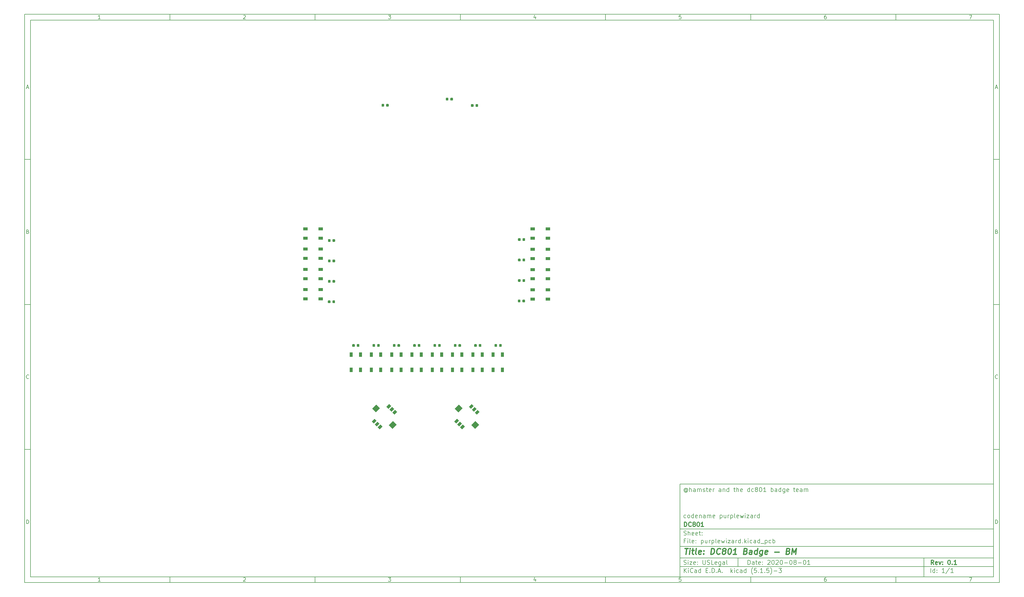
<source format=gtp>
G04 #@! TF.GenerationSoftware,KiCad,Pcbnew,(5.1.5)-3*
G04 #@! TF.CreationDate,2021-01-11T00:29:40-07:00*
G04 #@! TF.ProjectId,purplewizard,70757270-6c65-4776-997a-6172642e6b69,0.1*
G04 #@! TF.SameCoordinates,PX613b810PYa454c00*
G04 #@! TF.FileFunction,Paste,Top*
G04 #@! TF.FilePolarity,Positive*
%FSLAX46Y46*%
G04 Gerber Fmt 4.6, Leading zero omitted, Abs format (unit mm)*
G04 Created by KiCad (PCBNEW (5.1.5)-3) date 2021-01-11 00:29:40*
%MOMM*%
%LPD*%
G04 APERTURE LIST*
%ADD10C,0.100000*%
%ADD11C,0.150000*%
%ADD12C,0.300000*%
%ADD13C,0.400000*%
%ADD14R,1.550000X1.000000*%
%ADD15R,1.000000X1.550000*%
G04 APERTURE END LIST*
D10*
D11*
X133644400Y413600D02*
X133644400Y-31586400D01*
X241644400Y-31586400D01*
X241644400Y413600D01*
X133644400Y413600D01*
D10*
D11*
X-91955600Y162313600D02*
X-91955600Y-33586400D01*
X243644400Y-33586400D01*
X243644400Y162313600D01*
X-91955600Y162313600D01*
D10*
D11*
X-89955600Y160313600D02*
X-89955600Y-31586400D01*
X241644400Y-31586400D01*
X241644400Y160313600D01*
X-89955600Y160313600D01*
D10*
D11*
X-41955600Y160313600D02*
X-41955600Y162313600D01*
D10*
D11*
X8044400Y160313600D02*
X8044400Y162313600D01*
D10*
D11*
X58044400Y160313600D02*
X58044400Y162313600D01*
D10*
D11*
X108044400Y160313600D02*
X108044400Y162313600D01*
D10*
D11*
X158044400Y160313600D02*
X158044400Y162313600D01*
D10*
D11*
X208044400Y160313600D02*
X208044400Y162313600D01*
D10*
D11*
X-65890124Y160725505D02*
X-66632981Y160725505D01*
X-66261553Y160725505D02*
X-66261553Y162025505D01*
X-66385362Y161839791D01*
X-66509172Y161715981D01*
X-66632981Y161654077D01*
D10*
D11*
X-16632981Y161901696D02*
X-16571077Y161963600D01*
X-16447267Y162025505D01*
X-16137743Y162025505D01*
X-16013934Y161963600D01*
X-15952029Y161901696D01*
X-15890124Y161777886D01*
X-15890124Y161654077D01*
X-15952029Y161468362D01*
X-16694886Y160725505D01*
X-15890124Y160725505D01*
D10*
D11*
X33305114Y162025505D02*
X34109876Y162025505D01*
X33676542Y161530267D01*
X33862257Y161530267D01*
X33986066Y161468362D01*
X34047971Y161406458D01*
X34109876Y161282648D01*
X34109876Y160973124D01*
X34047971Y160849315D01*
X33986066Y160787410D01*
X33862257Y160725505D01*
X33490828Y160725505D01*
X33367019Y160787410D01*
X33305114Y160849315D01*
D10*
D11*
X83986066Y161592172D02*
X83986066Y160725505D01*
X83676542Y162087410D02*
X83367019Y161158839D01*
X84171780Y161158839D01*
D10*
D11*
X134047971Y162025505D02*
X133428923Y162025505D01*
X133367019Y161406458D01*
X133428923Y161468362D01*
X133552733Y161530267D01*
X133862257Y161530267D01*
X133986066Y161468362D01*
X134047971Y161406458D01*
X134109876Y161282648D01*
X134109876Y160973124D01*
X134047971Y160849315D01*
X133986066Y160787410D01*
X133862257Y160725505D01*
X133552733Y160725505D01*
X133428923Y160787410D01*
X133367019Y160849315D01*
D10*
D11*
X183986066Y162025505D02*
X183738447Y162025505D01*
X183614638Y161963600D01*
X183552733Y161901696D01*
X183428923Y161715981D01*
X183367019Y161468362D01*
X183367019Y160973124D01*
X183428923Y160849315D01*
X183490828Y160787410D01*
X183614638Y160725505D01*
X183862257Y160725505D01*
X183986066Y160787410D01*
X184047971Y160849315D01*
X184109876Y160973124D01*
X184109876Y161282648D01*
X184047971Y161406458D01*
X183986066Y161468362D01*
X183862257Y161530267D01*
X183614638Y161530267D01*
X183490828Y161468362D01*
X183428923Y161406458D01*
X183367019Y161282648D01*
D10*
D11*
X233305114Y162025505D02*
X234171780Y162025505D01*
X233614638Y160725505D01*
D10*
D11*
X-41955600Y-31586400D02*
X-41955600Y-33586400D01*
D10*
D11*
X8044400Y-31586400D02*
X8044400Y-33586400D01*
D10*
D11*
X58044400Y-31586400D02*
X58044400Y-33586400D01*
D10*
D11*
X108044400Y-31586400D02*
X108044400Y-33586400D01*
D10*
D11*
X158044400Y-31586400D02*
X158044400Y-33586400D01*
D10*
D11*
X208044400Y-31586400D02*
X208044400Y-33586400D01*
D10*
D11*
X-65890124Y-33174495D02*
X-66632981Y-33174495D01*
X-66261553Y-33174495D02*
X-66261553Y-31874495D01*
X-66385362Y-32060209D01*
X-66509172Y-32184019D01*
X-66632981Y-32245923D01*
D10*
D11*
X-16632981Y-31998304D02*
X-16571077Y-31936400D01*
X-16447267Y-31874495D01*
X-16137743Y-31874495D01*
X-16013934Y-31936400D01*
X-15952029Y-31998304D01*
X-15890124Y-32122114D01*
X-15890124Y-32245923D01*
X-15952029Y-32431638D01*
X-16694886Y-33174495D01*
X-15890124Y-33174495D01*
D10*
D11*
X33305114Y-31874495D02*
X34109876Y-31874495D01*
X33676542Y-32369733D01*
X33862257Y-32369733D01*
X33986066Y-32431638D01*
X34047971Y-32493542D01*
X34109876Y-32617352D01*
X34109876Y-32926876D01*
X34047971Y-33050685D01*
X33986066Y-33112590D01*
X33862257Y-33174495D01*
X33490828Y-33174495D01*
X33367019Y-33112590D01*
X33305114Y-33050685D01*
D10*
D11*
X83986066Y-32307828D02*
X83986066Y-33174495D01*
X83676542Y-31812590D02*
X83367019Y-32741161D01*
X84171780Y-32741161D01*
D10*
D11*
X134047971Y-31874495D02*
X133428923Y-31874495D01*
X133367019Y-32493542D01*
X133428923Y-32431638D01*
X133552733Y-32369733D01*
X133862257Y-32369733D01*
X133986066Y-32431638D01*
X134047971Y-32493542D01*
X134109876Y-32617352D01*
X134109876Y-32926876D01*
X134047971Y-33050685D01*
X133986066Y-33112590D01*
X133862257Y-33174495D01*
X133552733Y-33174495D01*
X133428923Y-33112590D01*
X133367019Y-33050685D01*
D10*
D11*
X183986066Y-31874495D02*
X183738447Y-31874495D01*
X183614638Y-31936400D01*
X183552733Y-31998304D01*
X183428923Y-32184019D01*
X183367019Y-32431638D01*
X183367019Y-32926876D01*
X183428923Y-33050685D01*
X183490828Y-33112590D01*
X183614638Y-33174495D01*
X183862257Y-33174495D01*
X183986066Y-33112590D01*
X184047971Y-33050685D01*
X184109876Y-32926876D01*
X184109876Y-32617352D01*
X184047971Y-32493542D01*
X183986066Y-32431638D01*
X183862257Y-32369733D01*
X183614638Y-32369733D01*
X183490828Y-32431638D01*
X183428923Y-32493542D01*
X183367019Y-32617352D01*
D10*
D11*
X233305114Y-31874495D02*
X234171780Y-31874495D01*
X233614638Y-33174495D01*
D10*
D11*
X-91955600Y112313600D02*
X-89955600Y112313600D01*
D10*
D11*
X-91955600Y62313600D02*
X-89955600Y62313600D01*
D10*
D11*
X-91955600Y12313600D02*
X-89955600Y12313600D01*
D10*
D11*
X-91265124Y137096934D02*
X-90646077Y137096934D01*
X-91388934Y136725505D02*
X-90955600Y138025505D01*
X-90522267Y136725505D01*
D10*
D11*
X-90862743Y87406458D02*
X-90677029Y87344553D01*
X-90615124Y87282648D01*
X-90553220Y87158839D01*
X-90553220Y86973124D01*
X-90615124Y86849315D01*
X-90677029Y86787410D01*
X-90800839Y86725505D01*
X-91296077Y86725505D01*
X-91296077Y88025505D01*
X-90862743Y88025505D01*
X-90738934Y87963600D01*
X-90677029Y87901696D01*
X-90615124Y87777886D01*
X-90615124Y87654077D01*
X-90677029Y87530267D01*
X-90738934Y87468362D01*
X-90862743Y87406458D01*
X-91296077Y87406458D01*
D10*
D11*
X-90553220Y36849315D02*
X-90615124Y36787410D01*
X-90800839Y36725505D01*
X-90924648Y36725505D01*
X-91110362Y36787410D01*
X-91234172Y36911220D01*
X-91296077Y37035029D01*
X-91357981Y37282648D01*
X-91357981Y37468362D01*
X-91296077Y37715981D01*
X-91234172Y37839791D01*
X-91110362Y37963600D01*
X-90924648Y38025505D01*
X-90800839Y38025505D01*
X-90615124Y37963600D01*
X-90553220Y37901696D01*
D10*
D11*
X-91296077Y-13274495D02*
X-91296077Y-11974495D01*
X-90986553Y-11974495D01*
X-90800839Y-12036400D01*
X-90677029Y-12160209D01*
X-90615124Y-12284019D01*
X-90553220Y-12531638D01*
X-90553220Y-12717352D01*
X-90615124Y-12964971D01*
X-90677029Y-13088780D01*
X-90800839Y-13212590D01*
X-90986553Y-13274495D01*
X-91296077Y-13274495D01*
D10*
D11*
X243644400Y112313600D02*
X241644400Y112313600D01*
D10*
D11*
X243644400Y62313600D02*
X241644400Y62313600D01*
D10*
D11*
X243644400Y12313600D02*
X241644400Y12313600D01*
D10*
D11*
X242334876Y137096934D02*
X242953923Y137096934D01*
X242211066Y136725505D02*
X242644400Y138025505D01*
X243077733Y136725505D01*
D10*
D11*
X242737257Y87406458D02*
X242922971Y87344553D01*
X242984876Y87282648D01*
X243046780Y87158839D01*
X243046780Y86973124D01*
X242984876Y86849315D01*
X242922971Y86787410D01*
X242799161Y86725505D01*
X242303923Y86725505D01*
X242303923Y88025505D01*
X242737257Y88025505D01*
X242861066Y87963600D01*
X242922971Y87901696D01*
X242984876Y87777886D01*
X242984876Y87654077D01*
X242922971Y87530267D01*
X242861066Y87468362D01*
X242737257Y87406458D01*
X242303923Y87406458D01*
D10*
D11*
X243046780Y36849315D02*
X242984876Y36787410D01*
X242799161Y36725505D01*
X242675352Y36725505D01*
X242489638Y36787410D01*
X242365828Y36911220D01*
X242303923Y37035029D01*
X242242019Y37282648D01*
X242242019Y37468362D01*
X242303923Y37715981D01*
X242365828Y37839791D01*
X242489638Y37963600D01*
X242675352Y38025505D01*
X242799161Y38025505D01*
X242984876Y37963600D01*
X243046780Y37901696D01*
D10*
D11*
X242303923Y-13274495D02*
X242303923Y-11974495D01*
X242613447Y-11974495D01*
X242799161Y-12036400D01*
X242922971Y-12160209D01*
X242984876Y-12284019D01*
X243046780Y-12531638D01*
X243046780Y-12717352D01*
X242984876Y-12964971D01*
X242922971Y-13088780D01*
X242799161Y-13212590D01*
X242613447Y-13274495D01*
X242303923Y-13274495D01*
D10*
D11*
X157076542Y-27364971D02*
X157076542Y-25864971D01*
X157433685Y-25864971D01*
X157647971Y-25936400D01*
X157790828Y-26079257D01*
X157862257Y-26222114D01*
X157933685Y-26507828D01*
X157933685Y-26722114D01*
X157862257Y-27007828D01*
X157790828Y-27150685D01*
X157647971Y-27293542D01*
X157433685Y-27364971D01*
X157076542Y-27364971D01*
X159219400Y-27364971D02*
X159219400Y-26579257D01*
X159147971Y-26436400D01*
X159005114Y-26364971D01*
X158719400Y-26364971D01*
X158576542Y-26436400D01*
X159219400Y-27293542D02*
X159076542Y-27364971D01*
X158719400Y-27364971D01*
X158576542Y-27293542D01*
X158505114Y-27150685D01*
X158505114Y-27007828D01*
X158576542Y-26864971D01*
X158719400Y-26793542D01*
X159076542Y-26793542D01*
X159219400Y-26722114D01*
X159719400Y-26364971D02*
X160290828Y-26364971D01*
X159933685Y-25864971D02*
X159933685Y-27150685D01*
X160005114Y-27293542D01*
X160147971Y-27364971D01*
X160290828Y-27364971D01*
X161362257Y-27293542D02*
X161219400Y-27364971D01*
X160933685Y-27364971D01*
X160790828Y-27293542D01*
X160719400Y-27150685D01*
X160719400Y-26579257D01*
X160790828Y-26436400D01*
X160933685Y-26364971D01*
X161219400Y-26364971D01*
X161362257Y-26436400D01*
X161433685Y-26579257D01*
X161433685Y-26722114D01*
X160719400Y-26864971D01*
X162076542Y-27222114D02*
X162147971Y-27293542D01*
X162076542Y-27364971D01*
X162005114Y-27293542D01*
X162076542Y-27222114D01*
X162076542Y-27364971D01*
X162076542Y-26436400D02*
X162147971Y-26507828D01*
X162076542Y-26579257D01*
X162005114Y-26507828D01*
X162076542Y-26436400D01*
X162076542Y-26579257D01*
X163862257Y-26007828D02*
X163933685Y-25936400D01*
X164076542Y-25864971D01*
X164433685Y-25864971D01*
X164576542Y-25936400D01*
X164647971Y-26007828D01*
X164719400Y-26150685D01*
X164719400Y-26293542D01*
X164647971Y-26507828D01*
X163790828Y-27364971D01*
X164719400Y-27364971D01*
X165647971Y-25864971D02*
X165790828Y-25864971D01*
X165933685Y-25936400D01*
X166005114Y-26007828D01*
X166076542Y-26150685D01*
X166147971Y-26436400D01*
X166147971Y-26793542D01*
X166076542Y-27079257D01*
X166005114Y-27222114D01*
X165933685Y-27293542D01*
X165790828Y-27364971D01*
X165647971Y-27364971D01*
X165505114Y-27293542D01*
X165433685Y-27222114D01*
X165362257Y-27079257D01*
X165290828Y-26793542D01*
X165290828Y-26436400D01*
X165362257Y-26150685D01*
X165433685Y-26007828D01*
X165505114Y-25936400D01*
X165647971Y-25864971D01*
X166719400Y-26007828D02*
X166790828Y-25936400D01*
X166933685Y-25864971D01*
X167290828Y-25864971D01*
X167433685Y-25936400D01*
X167505114Y-26007828D01*
X167576542Y-26150685D01*
X167576542Y-26293542D01*
X167505114Y-26507828D01*
X166647971Y-27364971D01*
X167576542Y-27364971D01*
X168505114Y-25864971D02*
X168647971Y-25864971D01*
X168790828Y-25936400D01*
X168862257Y-26007828D01*
X168933685Y-26150685D01*
X169005114Y-26436400D01*
X169005114Y-26793542D01*
X168933685Y-27079257D01*
X168862257Y-27222114D01*
X168790828Y-27293542D01*
X168647971Y-27364971D01*
X168505114Y-27364971D01*
X168362257Y-27293542D01*
X168290828Y-27222114D01*
X168219400Y-27079257D01*
X168147971Y-26793542D01*
X168147971Y-26436400D01*
X168219400Y-26150685D01*
X168290828Y-26007828D01*
X168362257Y-25936400D01*
X168505114Y-25864971D01*
X169647971Y-26793542D02*
X170790828Y-26793542D01*
X171790828Y-25864971D02*
X171933685Y-25864971D01*
X172076542Y-25936400D01*
X172147971Y-26007828D01*
X172219400Y-26150685D01*
X172290828Y-26436400D01*
X172290828Y-26793542D01*
X172219400Y-27079257D01*
X172147971Y-27222114D01*
X172076542Y-27293542D01*
X171933685Y-27364971D01*
X171790828Y-27364971D01*
X171647971Y-27293542D01*
X171576542Y-27222114D01*
X171505114Y-27079257D01*
X171433685Y-26793542D01*
X171433685Y-26436400D01*
X171505114Y-26150685D01*
X171576542Y-26007828D01*
X171647971Y-25936400D01*
X171790828Y-25864971D01*
X173147971Y-26507828D02*
X173005114Y-26436400D01*
X172933685Y-26364971D01*
X172862257Y-26222114D01*
X172862257Y-26150685D01*
X172933685Y-26007828D01*
X173005114Y-25936400D01*
X173147971Y-25864971D01*
X173433685Y-25864971D01*
X173576542Y-25936400D01*
X173647971Y-26007828D01*
X173719400Y-26150685D01*
X173719400Y-26222114D01*
X173647971Y-26364971D01*
X173576542Y-26436400D01*
X173433685Y-26507828D01*
X173147971Y-26507828D01*
X173005114Y-26579257D01*
X172933685Y-26650685D01*
X172862257Y-26793542D01*
X172862257Y-27079257D01*
X172933685Y-27222114D01*
X173005114Y-27293542D01*
X173147971Y-27364971D01*
X173433685Y-27364971D01*
X173576542Y-27293542D01*
X173647971Y-27222114D01*
X173719400Y-27079257D01*
X173719400Y-26793542D01*
X173647971Y-26650685D01*
X173576542Y-26579257D01*
X173433685Y-26507828D01*
X174362257Y-26793542D02*
X175505114Y-26793542D01*
X176505114Y-25864971D02*
X176647971Y-25864971D01*
X176790828Y-25936400D01*
X176862257Y-26007828D01*
X176933685Y-26150685D01*
X177005114Y-26436400D01*
X177005114Y-26793542D01*
X176933685Y-27079257D01*
X176862257Y-27222114D01*
X176790828Y-27293542D01*
X176647971Y-27364971D01*
X176505114Y-27364971D01*
X176362257Y-27293542D01*
X176290828Y-27222114D01*
X176219400Y-27079257D01*
X176147971Y-26793542D01*
X176147971Y-26436400D01*
X176219400Y-26150685D01*
X176290828Y-26007828D01*
X176362257Y-25936400D01*
X176505114Y-25864971D01*
X178433685Y-27364971D02*
X177576542Y-27364971D01*
X178005114Y-27364971D02*
X178005114Y-25864971D01*
X177862257Y-26079257D01*
X177719400Y-26222114D01*
X177576542Y-26293542D01*
D10*
D11*
X133644400Y-28086400D02*
X241644400Y-28086400D01*
D10*
D11*
X135076542Y-30164971D02*
X135076542Y-28664971D01*
X135933685Y-30164971D02*
X135290828Y-29307828D01*
X135933685Y-28664971D02*
X135076542Y-29522114D01*
X136576542Y-30164971D02*
X136576542Y-29164971D01*
X136576542Y-28664971D02*
X136505114Y-28736400D01*
X136576542Y-28807828D01*
X136647971Y-28736400D01*
X136576542Y-28664971D01*
X136576542Y-28807828D01*
X138147971Y-30022114D02*
X138076542Y-30093542D01*
X137862257Y-30164971D01*
X137719400Y-30164971D01*
X137505114Y-30093542D01*
X137362257Y-29950685D01*
X137290828Y-29807828D01*
X137219400Y-29522114D01*
X137219400Y-29307828D01*
X137290828Y-29022114D01*
X137362257Y-28879257D01*
X137505114Y-28736400D01*
X137719400Y-28664971D01*
X137862257Y-28664971D01*
X138076542Y-28736400D01*
X138147971Y-28807828D01*
X139433685Y-30164971D02*
X139433685Y-29379257D01*
X139362257Y-29236400D01*
X139219400Y-29164971D01*
X138933685Y-29164971D01*
X138790828Y-29236400D01*
X139433685Y-30093542D02*
X139290828Y-30164971D01*
X138933685Y-30164971D01*
X138790828Y-30093542D01*
X138719400Y-29950685D01*
X138719400Y-29807828D01*
X138790828Y-29664971D01*
X138933685Y-29593542D01*
X139290828Y-29593542D01*
X139433685Y-29522114D01*
X140790828Y-30164971D02*
X140790828Y-28664971D01*
X140790828Y-30093542D02*
X140647971Y-30164971D01*
X140362257Y-30164971D01*
X140219400Y-30093542D01*
X140147971Y-30022114D01*
X140076542Y-29879257D01*
X140076542Y-29450685D01*
X140147971Y-29307828D01*
X140219400Y-29236400D01*
X140362257Y-29164971D01*
X140647971Y-29164971D01*
X140790828Y-29236400D01*
X142647971Y-29379257D02*
X143147971Y-29379257D01*
X143362257Y-30164971D02*
X142647971Y-30164971D01*
X142647971Y-28664971D01*
X143362257Y-28664971D01*
X144005114Y-30022114D02*
X144076542Y-30093542D01*
X144005114Y-30164971D01*
X143933685Y-30093542D01*
X144005114Y-30022114D01*
X144005114Y-30164971D01*
X144719400Y-30164971D02*
X144719400Y-28664971D01*
X145076542Y-28664971D01*
X145290828Y-28736400D01*
X145433685Y-28879257D01*
X145505114Y-29022114D01*
X145576542Y-29307828D01*
X145576542Y-29522114D01*
X145505114Y-29807828D01*
X145433685Y-29950685D01*
X145290828Y-30093542D01*
X145076542Y-30164971D01*
X144719400Y-30164971D01*
X146219400Y-30022114D02*
X146290828Y-30093542D01*
X146219400Y-30164971D01*
X146147971Y-30093542D01*
X146219400Y-30022114D01*
X146219400Y-30164971D01*
X146862257Y-29736400D02*
X147576542Y-29736400D01*
X146719400Y-30164971D02*
X147219400Y-28664971D01*
X147719400Y-30164971D01*
X148219400Y-30022114D02*
X148290828Y-30093542D01*
X148219400Y-30164971D01*
X148147971Y-30093542D01*
X148219400Y-30022114D01*
X148219400Y-30164971D01*
X151219400Y-30164971D02*
X151219400Y-28664971D01*
X151362257Y-29593542D02*
X151790828Y-30164971D01*
X151790828Y-29164971D02*
X151219400Y-29736400D01*
X152433685Y-30164971D02*
X152433685Y-29164971D01*
X152433685Y-28664971D02*
X152362257Y-28736400D01*
X152433685Y-28807828D01*
X152505114Y-28736400D01*
X152433685Y-28664971D01*
X152433685Y-28807828D01*
X153790828Y-30093542D02*
X153647971Y-30164971D01*
X153362257Y-30164971D01*
X153219400Y-30093542D01*
X153147971Y-30022114D01*
X153076542Y-29879257D01*
X153076542Y-29450685D01*
X153147971Y-29307828D01*
X153219400Y-29236400D01*
X153362257Y-29164971D01*
X153647971Y-29164971D01*
X153790828Y-29236400D01*
X155076542Y-30164971D02*
X155076542Y-29379257D01*
X155005114Y-29236400D01*
X154862257Y-29164971D01*
X154576542Y-29164971D01*
X154433685Y-29236400D01*
X155076542Y-30093542D02*
X154933685Y-30164971D01*
X154576542Y-30164971D01*
X154433685Y-30093542D01*
X154362257Y-29950685D01*
X154362257Y-29807828D01*
X154433685Y-29664971D01*
X154576542Y-29593542D01*
X154933685Y-29593542D01*
X155076542Y-29522114D01*
X156433685Y-30164971D02*
X156433685Y-28664971D01*
X156433685Y-30093542D02*
X156290828Y-30164971D01*
X156005114Y-30164971D01*
X155862257Y-30093542D01*
X155790828Y-30022114D01*
X155719400Y-29879257D01*
X155719400Y-29450685D01*
X155790828Y-29307828D01*
X155862257Y-29236400D01*
X156005114Y-29164971D01*
X156290828Y-29164971D01*
X156433685Y-29236400D01*
X158719400Y-30736400D02*
X158647971Y-30664971D01*
X158505114Y-30450685D01*
X158433685Y-30307828D01*
X158362257Y-30093542D01*
X158290828Y-29736400D01*
X158290828Y-29450685D01*
X158362257Y-29093542D01*
X158433685Y-28879257D01*
X158505114Y-28736400D01*
X158647971Y-28522114D01*
X158719400Y-28450685D01*
X160005114Y-28664971D02*
X159290828Y-28664971D01*
X159219400Y-29379257D01*
X159290828Y-29307828D01*
X159433685Y-29236400D01*
X159790828Y-29236400D01*
X159933685Y-29307828D01*
X160005114Y-29379257D01*
X160076542Y-29522114D01*
X160076542Y-29879257D01*
X160005114Y-30022114D01*
X159933685Y-30093542D01*
X159790828Y-30164971D01*
X159433685Y-30164971D01*
X159290828Y-30093542D01*
X159219400Y-30022114D01*
X160719400Y-30022114D02*
X160790828Y-30093542D01*
X160719400Y-30164971D01*
X160647971Y-30093542D01*
X160719400Y-30022114D01*
X160719400Y-30164971D01*
X162219400Y-30164971D02*
X161362257Y-30164971D01*
X161790828Y-30164971D02*
X161790828Y-28664971D01*
X161647971Y-28879257D01*
X161505114Y-29022114D01*
X161362257Y-29093542D01*
X162862257Y-30022114D02*
X162933685Y-30093542D01*
X162862257Y-30164971D01*
X162790828Y-30093542D01*
X162862257Y-30022114D01*
X162862257Y-30164971D01*
X164290828Y-28664971D02*
X163576542Y-28664971D01*
X163505114Y-29379257D01*
X163576542Y-29307828D01*
X163719400Y-29236400D01*
X164076542Y-29236400D01*
X164219400Y-29307828D01*
X164290828Y-29379257D01*
X164362257Y-29522114D01*
X164362257Y-29879257D01*
X164290828Y-30022114D01*
X164219400Y-30093542D01*
X164076542Y-30164971D01*
X163719400Y-30164971D01*
X163576542Y-30093542D01*
X163505114Y-30022114D01*
X164862257Y-30736400D02*
X164933685Y-30664971D01*
X165076542Y-30450685D01*
X165147971Y-30307828D01*
X165219400Y-30093542D01*
X165290828Y-29736400D01*
X165290828Y-29450685D01*
X165219400Y-29093542D01*
X165147971Y-28879257D01*
X165076542Y-28736400D01*
X164933685Y-28522114D01*
X164862257Y-28450685D01*
X166005114Y-29593542D02*
X167147971Y-29593542D01*
X167719400Y-28664971D02*
X168647971Y-28664971D01*
X168147971Y-29236400D01*
X168362257Y-29236400D01*
X168505114Y-29307828D01*
X168576542Y-29379257D01*
X168647971Y-29522114D01*
X168647971Y-29879257D01*
X168576542Y-30022114D01*
X168505114Y-30093542D01*
X168362257Y-30164971D01*
X167933685Y-30164971D01*
X167790828Y-30093542D01*
X167719400Y-30022114D01*
D10*
D11*
X133644400Y-25086400D02*
X241644400Y-25086400D01*
D10*
D12*
X221053685Y-27364971D02*
X220553685Y-26650685D01*
X220196542Y-27364971D02*
X220196542Y-25864971D01*
X220767971Y-25864971D01*
X220910828Y-25936400D01*
X220982257Y-26007828D01*
X221053685Y-26150685D01*
X221053685Y-26364971D01*
X220982257Y-26507828D01*
X220910828Y-26579257D01*
X220767971Y-26650685D01*
X220196542Y-26650685D01*
X222267971Y-27293542D02*
X222125114Y-27364971D01*
X221839400Y-27364971D01*
X221696542Y-27293542D01*
X221625114Y-27150685D01*
X221625114Y-26579257D01*
X221696542Y-26436400D01*
X221839400Y-26364971D01*
X222125114Y-26364971D01*
X222267971Y-26436400D01*
X222339400Y-26579257D01*
X222339400Y-26722114D01*
X221625114Y-26864971D01*
X222839400Y-26364971D02*
X223196542Y-27364971D01*
X223553685Y-26364971D01*
X224125114Y-27222114D02*
X224196542Y-27293542D01*
X224125114Y-27364971D01*
X224053685Y-27293542D01*
X224125114Y-27222114D01*
X224125114Y-27364971D01*
X224125114Y-26436400D02*
X224196542Y-26507828D01*
X224125114Y-26579257D01*
X224053685Y-26507828D01*
X224125114Y-26436400D01*
X224125114Y-26579257D01*
X226267971Y-25864971D02*
X226410828Y-25864971D01*
X226553685Y-25936400D01*
X226625114Y-26007828D01*
X226696542Y-26150685D01*
X226767971Y-26436400D01*
X226767971Y-26793542D01*
X226696542Y-27079257D01*
X226625114Y-27222114D01*
X226553685Y-27293542D01*
X226410828Y-27364971D01*
X226267971Y-27364971D01*
X226125114Y-27293542D01*
X226053685Y-27222114D01*
X225982257Y-27079257D01*
X225910828Y-26793542D01*
X225910828Y-26436400D01*
X225982257Y-26150685D01*
X226053685Y-26007828D01*
X226125114Y-25936400D01*
X226267971Y-25864971D01*
X227410828Y-27222114D02*
X227482257Y-27293542D01*
X227410828Y-27364971D01*
X227339400Y-27293542D01*
X227410828Y-27222114D01*
X227410828Y-27364971D01*
X228910828Y-27364971D02*
X228053685Y-27364971D01*
X228482257Y-27364971D02*
X228482257Y-25864971D01*
X228339400Y-26079257D01*
X228196542Y-26222114D01*
X228053685Y-26293542D01*
D10*
D11*
X135005114Y-27293542D02*
X135219400Y-27364971D01*
X135576542Y-27364971D01*
X135719400Y-27293542D01*
X135790828Y-27222114D01*
X135862257Y-27079257D01*
X135862257Y-26936400D01*
X135790828Y-26793542D01*
X135719400Y-26722114D01*
X135576542Y-26650685D01*
X135290828Y-26579257D01*
X135147971Y-26507828D01*
X135076542Y-26436400D01*
X135005114Y-26293542D01*
X135005114Y-26150685D01*
X135076542Y-26007828D01*
X135147971Y-25936400D01*
X135290828Y-25864971D01*
X135647971Y-25864971D01*
X135862257Y-25936400D01*
X136505114Y-27364971D02*
X136505114Y-26364971D01*
X136505114Y-25864971D02*
X136433685Y-25936400D01*
X136505114Y-26007828D01*
X136576542Y-25936400D01*
X136505114Y-25864971D01*
X136505114Y-26007828D01*
X137076542Y-26364971D02*
X137862257Y-26364971D01*
X137076542Y-27364971D01*
X137862257Y-27364971D01*
X139005114Y-27293542D02*
X138862257Y-27364971D01*
X138576542Y-27364971D01*
X138433685Y-27293542D01*
X138362257Y-27150685D01*
X138362257Y-26579257D01*
X138433685Y-26436400D01*
X138576542Y-26364971D01*
X138862257Y-26364971D01*
X139005114Y-26436400D01*
X139076542Y-26579257D01*
X139076542Y-26722114D01*
X138362257Y-26864971D01*
X139719400Y-27222114D02*
X139790828Y-27293542D01*
X139719400Y-27364971D01*
X139647971Y-27293542D01*
X139719400Y-27222114D01*
X139719400Y-27364971D01*
X139719400Y-26436400D02*
X139790828Y-26507828D01*
X139719400Y-26579257D01*
X139647971Y-26507828D01*
X139719400Y-26436400D01*
X139719400Y-26579257D01*
X141576542Y-25864971D02*
X141576542Y-27079257D01*
X141647971Y-27222114D01*
X141719400Y-27293542D01*
X141862257Y-27364971D01*
X142147971Y-27364971D01*
X142290828Y-27293542D01*
X142362257Y-27222114D01*
X142433685Y-27079257D01*
X142433685Y-25864971D01*
X143076542Y-27293542D02*
X143290828Y-27364971D01*
X143647971Y-27364971D01*
X143790828Y-27293542D01*
X143862257Y-27222114D01*
X143933685Y-27079257D01*
X143933685Y-26936400D01*
X143862257Y-26793542D01*
X143790828Y-26722114D01*
X143647971Y-26650685D01*
X143362257Y-26579257D01*
X143219400Y-26507828D01*
X143147971Y-26436400D01*
X143076542Y-26293542D01*
X143076542Y-26150685D01*
X143147971Y-26007828D01*
X143219400Y-25936400D01*
X143362257Y-25864971D01*
X143719400Y-25864971D01*
X143933685Y-25936400D01*
X145290828Y-27364971D02*
X144576542Y-27364971D01*
X144576542Y-25864971D01*
X146362257Y-27293542D02*
X146219400Y-27364971D01*
X145933685Y-27364971D01*
X145790828Y-27293542D01*
X145719400Y-27150685D01*
X145719400Y-26579257D01*
X145790828Y-26436400D01*
X145933685Y-26364971D01*
X146219400Y-26364971D01*
X146362257Y-26436400D01*
X146433685Y-26579257D01*
X146433685Y-26722114D01*
X145719400Y-26864971D01*
X147719400Y-26364971D02*
X147719400Y-27579257D01*
X147647971Y-27722114D01*
X147576542Y-27793542D01*
X147433685Y-27864971D01*
X147219400Y-27864971D01*
X147076542Y-27793542D01*
X147719400Y-27293542D02*
X147576542Y-27364971D01*
X147290828Y-27364971D01*
X147147971Y-27293542D01*
X147076542Y-27222114D01*
X147005114Y-27079257D01*
X147005114Y-26650685D01*
X147076542Y-26507828D01*
X147147971Y-26436400D01*
X147290828Y-26364971D01*
X147576542Y-26364971D01*
X147719400Y-26436400D01*
X149076542Y-27364971D02*
X149076542Y-26579257D01*
X149005114Y-26436400D01*
X148862257Y-26364971D01*
X148576542Y-26364971D01*
X148433685Y-26436400D01*
X149076542Y-27293542D02*
X148933685Y-27364971D01*
X148576542Y-27364971D01*
X148433685Y-27293542D01*
X148362257Y-27150685D01*
X148362257Y-27007828D01*
X148433685Y-26864971D01*
X148576542Y-26793542D01*
X148933685Y-26793542D01*
X149076542Y-26722114D01*
X150005114Y-27364971D02*
X149862257Y-27293542D01*
X149790828Y-27150685D01*
X149790828Y-25864971D01*
D10*
D11*
X220076542Y-30164971D02*
X220076542Y-28664971D01*
X221433685Y-30164971D02*
X221433685Y-28664971D01*
X221433685Y-30093542D02*
X221290828Y-30164971D01*
X221005114Y-30164971D01*
X220862257Y-30093542D01*
X220790828Y-30022114D01*
X220719400Y-29879257D01*
X220719400Y-29450685D01*
X220790828Y-29307828D01*
X220862257Y-29236400D01*
X221005114Y-29164971D01*
X221290828Y-29164971D01*
X221433685Y-29236400D01*
X222147971Y-30022114D02*
X222219400Y-30093542D01*
X222147971Y-30164971D01*
X222076542Y-30093542D01*
X222147971Y-30022114D01*
X222147971Y-30164971D01*
X222147971Y-29236400D02*
X222219400Y-29307828D01*
X222147971Y-29379257D01*
X222076542Y-29307828D01*
X222147971Y-29236400D01*
X222147971Y-29379257D01*
X224790828Y-30164971D02*
X223933685Y-30164971D01*
X224362257Y-30164971D02*
X224362257Y-28664971D01*
X224219400Y-28879257D01*
X224076542Y-29022114D01*
X223933685Y-29093542D01*
X226505114Y-28593542D02*
X225219400Y-30522114D01*
X227790828Y-30164971D02*
X226933685Y-30164971D01*
X227362257Y-30164971D02*
X227362257Y-28664971D01*
X227219400Y-28879257D01*
X227076542Y-29022114D01*
X226933685Y-29093542D01*
D10*
D11*
X133644400Y-21086400D02*
X241644400Y-21086400D01*
D10*
D13*
X135356780Y-21791161D02*
X136499638Y-21791161D01*
X135678209Y-23791161D02*
X135928209Y-21791161D01*
X136916304Y-23791161D02*
X137082971Y-22457828D01*
X137166304Y-21791161D02*
X137059161Y-21886400D01*
X137142495Y-21981638D01*
X137249638Y-21886400D01*
X137166304Y-21791161D01*
X137142495Y-21981638D01*
X137749638Y-22457828D02*
X138511542Y-22457828D01*
X138118685Y-21791161D02*
X137904400Y-23505447D01*
X137975828Y-23695923D01*
X138154400Y-23791161D01*
X138344876Y-23791161D01*
X139297257Y-23791161D02*
X139118685Y-23695923D01*
X139047257Y-23505447D01*
X139261542Y-21791161D01*
X140832971Y-23695923D02*
X140630590Y-23791161D01*
X140249638Y-23791161D01*
X140071066Y-23695923D01*
X139999638Y-23505447D01*
X140094876Y-22743542D01*
X140213923Y-22553066D01*
X140416304Y-22457828D01*
X140797257Y-22457828D01*
X140975828Y-22553066D01*
X141047257Y-22743542D01*
X141023447Y-22934019D01*
X140047257Y-23124495D01*
X141797257Y-23600685D02*
X141880590Y-23695923D01*
X141773447Y-23791161D01*
X141690114Y-23695923D01*
X141797257Y-23600685D01*
X141773447Y-23791161D01*
X141928209Y-22553066D02*
X142011542Y-22648304D01*
X141904400Y-22743542D01*
X141821066Y-22648304D01*
X141928209Y-22553066D01*
X141904400Y-22743542D01*
X144249638Y-23791161D02*
X144499638Y-21791161D01*
X144975828Y-21791161D01*
X145249638Y-21886400D01*
X145416304Y-22076876D01*
X145487733Y-22267352D01*
X145535352Y-22648304D01*
X145499638Y-22934019D01*
X145356780Y-23314971D01*
X145237733Y-23505447D01*
X145023447Y-23695923D01*
X144725828Y-23791161D01*
X144249638Y-23791161D01*
X147416304Y-23600685D02*
X147309161Y-23695923D01*
X147011542Y-23791161D01*
X146821066Y-23791161D01*
X146547257Y-23695923D01*
X146380590Y-23505447D01*
X146309161Y-23314971D01*
X146261542Y-22934019D01*
X146297257Y-22648304D01*
X146440114Y-22267352D01*
X146559161Y-22076876D01*
X146773447Y-21886400D01*
X147071066Y-21791161D01*
X147261542Y-21791161D01*
X147535352Y-21886400D01*
X147618685Y-21981638D01*
X148678209Y-22648304D02*
X148499638Y-22553066D01*
X148416304Y-22457828D01*
X148344876Y-22267352D01*
X148356780Y-22172114D01*
X148475828Y-21981638D01*
X148582971Y-21886400D01*
X148785352Y-21791161D01*
X149166304Y-21791161D01*
X149344876Y-21886400D01*
X149428209Y-21981638D01*
X149499638Y-22172114D01*
X149487733Y-22267352D01*
X149368685Y-22457828D01*
X149261542Y-22553066D01*
X149059161Y-22648304D01*
X148678209Y-22648304D01*
X148475828Y-22743542D01*
X148368685Y-22838780D01*
X148249638Y-23029257D01*
X148202019Y-23410209D01*
X148273447Y-23600685D01*
X148356780Y-23695923D01*
X148535352Y-23791161D01*
X148916304Y-23791161D01*
X149118685Y-23695923D01*
X149225828Y-23600685D01*
X149344876Y-23410209D01*
X149392495Y-23029257D01*
X149321066Y-22838780D01*
X149237733Y-22743542D01*
X149059161Y-22648304D01*
X150785352Y-21791161D02*
X150975828Y-21791161D01*
X151154400Y-21886400D01*
X151237733Y-21981638D01*
X151309161Y-22172114D01*
X151356780Y-22553066D01*
X151297257Y-23029257D01*
X151154400Y-23410209D01*
X151035352Y-23600685D01*
X150928209Y-23695923D01*
X150725828Y-23791161D01*
X150535352Y-23791161D01*
X150356780Y-23695923D01*
X150273447Y-23600685D01*
X150202019Y-23410209D01*
X150154400Y-23029257D01*
X150213923Y-22553066D01*
X150356780Y-22172114D01*
X150475828Y-21981638D01*
X150582971Y-21886400D01*
X150785352Y-21791161D01*
X153106780Y-23791161D02*
X151963923Y-23791161D01*
X152535352Y-23791161D02*
X152785352Y-21791161D01*
X152559161Y-22076876D01*
X152344876Y-22267352D01*
X152142495Y-22362590D01*
X156285352Y-22743542D02*
X156559161Y-22838780D01*
X156642495Y-22934019D01*
X156713923Y-23124495D01*
X156678209Y-23410209D01*
X156559161Y-23600685D01*
X156452019Y-23695923D01*
X156249638Y-23791161D01*
X155487733Y-23791161D01*
X155737733Y-21791161D01*
X156404400Y-21791161D01*
X156582971Y-21886400D01*
X156666304Y-21981638D01*
X156737733Y-22172114D01*
X156713923Y-22362590D01*
X156594876Y-22553066D01*
X156487733Y-22648304D01*
X156285352Y-22743542D01*
X155618685Y-22743542D01*
X158344876Y-23791161D02*
X158475828Y-22743542D01*
X158404400Y-22553066D01*
X158225828Y-22457828D01*
X157844876Y-22457828D01*
X157642495Y-22553066D01*
X158356780Y-23695923D02*
X158154400Y-23791161D01*
X157678209Y-23791161D01*
X157499638Y-23695923D01*
X157428209Y-23505447D01*
X157452019Y-23314971D01*
X157571066Y-23124495D01*
X157773447Y-23029257D01*
X158249638Y-23029257D01*
X158452019Y-22934019D01*
X160154400Y-23791161D02*
X160404400Y-21791161D01*
X160166304Y-23695923D02*
X159963923Y-23791161D01*
X159582971Y-23791161D01*
X159404400Y-23695923D01*
X159321066Y-23600685D01*
X159249638Y-23410209D01*
X159321066Y-22838780D01*
X159440114Y-22648304D01*
X159547257Y-22553066D01*
X159749638Y-22457828D01*
X160130590Y-22457828D01*
X160309161Y-22553066D01*
X162130590Y-22457828D02*
X161928209Y-24076876D01*
X161809161Y-24267352D01*
X161702019Y-24362590D01*
X161499638Y-24457828D01*
X161213923Y-24457828D01*
X161035352Y-24362590D01*
X161975828Y-23695923D02*
X161773447Y-23791161D01*
X161392495Y-23791161D01*
X161213923Y-23695923D01*
X161130590Y-23600685D01*
X161059161Y-23410209D01*
X161130590Y-22838780D01*
X161249638Y-22648304D01*
X161356780Y-22553066D01*
X161559161Y-22457828D01*
X161940114Y-22457828D01*
X162118685Y-22553066D01*
X163690114Y-23695923D02*
X163487733Y-23791161D01*
X163106780Y-23791161D01*
X162928209Y-23695923D01*
X162856780Y-23505447D01*
X162952019Y-22743542D01*
X163071066Y-22553066D01*
X163273447Y-22457828D01*
X163654400Y-22457828D01*
X163832971Y-22553066D01*
X163904400Y-22743542D01*
X163880590Y-22934019D01*
X162904400Y-23124495D01*
X166249638Y-23029257D02*
X167773447Y-23029257D01*
X170952019Y-22743542D02*
X171225828Y-22838780D01*
X171309161Y-22934019D01*
X171380590Y-23124495D01*
X171344876Y-23410209D01*
X171225828Y-23600685D01*
X171118685Y-23695923D01*
X170916304Y-23791161D01*
X170154400Y-23791161D01*
X170404400Y-21791161D01*
X171071066Y-21791161D01*
X171249638Y-21886400D01*
X171332971Y-21981638D01*
X171404400Y-22172114D01*
X171380590Y-22362590D01*
X171261542Y-22553066D01*
X171154400Y-22648304D01*
X170952019Y-22743542D01*
X170285352Y-22743542D01*
X172154400Y-23791161D02*
X172404400Y-21791161D01*
X172892495Y-23219733D01*
X173737733Y-21791161D01*
X173487733Y-23791161D01*
D10*
D11*
X135576542Y-19179257D02*
X135076542Y-19179257D01*
X135076542Y-19964971D02*
X135076542Y-18464971D01*
X135790828Y-18464971D01*
X136362257Y-19964971D02*
X136362257Y-18964971D01*
X136362257Y-18464971D02*
X136290828Y-18536400D01*
X136362257Y-18607828D01*
X136433685Y-18536400D01*
X136362257Y-18464971D01*
X136362257Y-18607828D01*
X137290828Y-19964971D02*
X137147971Y-19893542D01*
X137076542Y-19750685D01*
X137076542Y-18464971D01*
X138433685Y-19893542D02*
X138290828Y-19964971D01*
X138005114Y-19964971D01*
X137862257Y-19893542D01*
X137790828Y-19750685D01*
X137790828Y-19179257D01*
X137862257Y-19036400D01*
X138005114Y-18964971D01*
X138290828Y-18964971D01*
X138433685Y-19036400D01*
X138505114Y-19179257D01*
X138505114Y-19322114D01*
X137790828Y-19464971D01*
X139147971Y-19822114D02*
X139219400Y-19893542D01*
X139147971Y-19964971D01*
X139076542Y-19893542D01*
X139147971Y-19822114D01*
X139147971Y-19964971D01*
X139147971Y-19036400D02*
X139219400Y-19107828D01*
X139147971Y-19179257D01*
X139076542Y-19107828D01*
X139147971Y-19036400D01*
X139147971Y-19179257D01*
X141005114Y-18964971D02*
X141005114Y-20464971D01*
X141005114Y-19036400D02*
X141147971Y-18964971D01*
X141433685Y-18964971D01*
X141576542Y-19036400D01*
X141647971Y-19107828D01*
X141719400Y-19250685D01*
X141719400Y-19679257D01*
X141647971Y-19822114D01*
X141576542Y-19893542D01*
X141433685Y-19964971D01*
X141147971Y-19964971D01*
X141005114Y-19893542D01*
X143005114Y-18964971D02*
X143005114Y-19964971D01*
X142362257Y-18964971D02*
X142362257Y-19750685D01*
X142433685Y-19893542D01*
X142576542Y-19964971D01*
X142790828Y-19964971D01*
X142933685Y-19893542D01*
X143005114Y-19822114D01*
X143719400Y-19964971D02*
X143719400Y-18964971D01*
X143719400Y-19250685D02*
X143790828Y-19107828D01*
X143862257Y-19036400D01*
X144005114Y-18964971D01*
X144147971Y-18964971D01*
X144647971Y-18964971D02*
X144647971Y-20464971D01*
X144647971Y-19036400D02*
X144790828Y-18964971D01*
X145076542Y-18964971D01*
X145219400Y-19036400D01*
X145290828Y-19107828D01*
X145362257Y-19250685D01*
X145362257Y-19679257D01*
X145290828Y-19822114D01*
X145219400Y-19893542D01*
X145076542Y-19964971D01*
X144790828Y-19964971D01*
X144647971Y-19893542D01*
X146219400Y-19964971D02*
X146076542Y-19893542D01*
X146005114Y-19750685D01*
X146005114Y-18464971D01*
X147362257Y-19893542D02*
X147219400Y-19964971D01*
X146933685Y-19964971D01*
X146790828Y-19893542D01*
X146719400Y-19750685D01*
X146719400Y-19179257D01*
X146790828Y-19036400D01*
X146933685Y-18964971D01*
X147219400Y-18964971D01*
X147362257Y-19036400D01*
X147433685Y-19179257D01*
X147433685Y-19322114D01*
X146719400Y-19464971D01*
X147933685Y-18964971D02*
X148219400Y-19964971D01*
X148505114Y-19250685D01*
X148790828Y-19964971D01*
X149076542Y-18964971D01*
X149647971Y-19964971D02*
X149647971Y-18964971D01*
X149647971Y-18464971D02*
X149576542Y-18536400D01*
X149647971Y-18607828D01*
X149719400Y-18536400D01*
X149647971Y-18464971D01*
X149647971Y-18607828D01*
X150219400Y-18964971D02*
X151005114Y-18964971D01*
X150219400Y-19964971D01*
X151005114Y-19964971D01*
X152219400Y-19964971D02*
X152219400Y-19179257D01*
X152147971Y-19036400D01*
X152005114Y-18964971D01*
X151719400Y-18964971D01*
X151576542Y-19036400D01*
X152219400Y-19893542D02*
X152076542Y-19964971D01*
X151719400Y-19964971D01*
X151576542Y-19893542D01*
X151505114Y-19750685D01*
X151505114Y-19607828D01*
X151576542Y-19464971D01*
X151719400Y-19393542D01*
X152076542Y-19393542D01*
X152219400Y-19322114D01*
X152933685Y-19964971D02*
X152933685Y-18964971D01*
X152933685Y-19250685D02*
X153005114Y-19107828D01*
X153076542Y-19036400D01*
X153219400Y-18964971D01*
X153362257Y-18964971D01*
X154505114Y-19964971D02*
X154505114Y-18464971D01*
X154505114Y-19893542D02*
X154362257Y-19964971D01*
X154076542Y-19964971D01*
X153933685Y-19893542D01*
X153862257Y-19822114D01*
X153790828Y-19679257D01*
X153790828Y-19250685D01*
X153862257Y-19107828D01*
X153933685Y-19036400D01*
X154076542Y-18964971D01*
X154362257Y-18964971D01*
X154505114Y-19036400D01*
X155219400Y-19822114D02*
X155290828Y-19893542D01*
X155219400Y-19964971D01*
X155147971Y-19893542D01*
X155219400Y-19822114D01*
X155219400Y-19964971D01*
X155933685Y-19964971D02*
X155933685Y-18464971D01*
X156076542Y-19393542D02*
X156505114Y-19964971D01*
X156505114Y-18964971D02*
X155933685Y-19536400D01*
X157147971Y-19964971D02*
X157147971Y-18964971D01*
X157147971Y-18464971D02*
X157076542Y-18536400D01*
X157147971Y-18607828D01*
X157219400Y-18536400D01*
X157147971Y-18464971D01*
X157147971Y-18607828D01*
X158505114Y-19893542D02*
X158362257Y-19964971D01*
X158076542Y-19964971D01*
X157933685Y-19893542D01*
X157862257Y-19822114D01*
X157790828Y-19679257D01*
X157790828Y-19250685D01*
X157862257Y-19107828D01*
X157933685Y-19036400D01*
X158076542Y-18964971D01*
X158362257Y-18964971D01*
X158505114Y-19036400D01*
X159790828Y-19964971D02*
X159790828Y-19179257D01*
X159719400Y-19036400D01*
X159576542Y-18964971D01*
X159290828Y-18964971D01*
X159147971Y-19036400D01*
X159790828Y-19893542D02*
X159647971Y-19964971D01*
X159290828Y-19964971D01*
X159147971Y-19893542D01*
X159076542Y-19750685D01*
X159076542Y-19607828D01*
X159147971Y-19464971D01*
X159290828Y-19393542D01*
X159647971Y-19393542D01*
X159790828Y-19322114D01*
X161147971Y-19964971D02*
X161147971Y-18464971D01*
X161147971Y-19893542D02*
X161005114Y-19964971D01*
X160719400Y-19964971D01*
X160576542Y-19893542D01*
X160505114Y-19822114D01*
X160433685Y-19679257D01*
X160433685Y-19250685D01*
X160505114Y-19107828D01*
X160576542Y-19036400D01*
X160719400Y-18964971D01*
X161005114Y-18964971D01*
X161147971Y-19036400D01*
X161505114Y-20107828D02*
X162647971Y-20107828D01*
X163005114Y-18964971D02*
X163005114Y-20464971D01*
X163005114Y-19036400D02*
X163147971Y-18964971D01*
X163433685Y-18964971D01*
X163576542Y-19036400D01*
X163647971Y-19107828D01*
X163719400Y-19250685D01*
X163719400Y-19679257D01*
X163647971Y-19822114D01*
X163576542Y-19893542D01*
X163433685Y-19964971D01*
X163147971Y-19964971D01*
X163005114Y-19893542D01*
X165005114Y-19893542D02*
X164862257Y-19964971D01*
X164576542Y-19964971D01*
X164433685Y-19893542D01*
X164362257Y-19822114D01*
X164290828Y-19679257D01*
X164290828Y-19250685D01*
X164362257Y-19107828D01*
X164433685Y-19036400D01*
X164576542Y-18964971D01*
X164862257Y-18964971D01*
X165005114Y-19036400D01*
X165647971Y-19964971D02*
X165647971Y-18464971D01*
X165647971Y-19036400D02*
X165790828Y-18964971D01*
X166076542Y-18964971D01*
X166219400Y-19036400D01*
X166290828Y-19107828D01*
X166362257Y-19250685D01*
X166362257Y-19679257D01*
X166290828Y-19822114D01*
X166219400Y-19893542D01*
X166076542Y-19964971D01*
X165790828Y-19964971D01*
X165647971Y-19893542D01*
D10*
D11*
X133644400Y-15086400D02*
X241644400Y-15086400D01*
D10*
D11*
X135005114Y-17193542D02*
X135219400Y-17264971D01*
X135576542Y-17264971D01*
X135719400Y-17193542D01*
X135790828Y-17122114D01*
X135862257Y-16979257D01*
X135862257Y-16836400D01*
X135790828Y-16693542D01*
X135719400Y-16622114D01*
X135576542Y-16550685D01*
X135290828Y-16479257D01*
X135147971Y-16407828D01*
X135076542Y-16336400D01*
X135005114Y-16193542D01*
X135005114Y-16050685D01*
X135076542Y-15907828D01*
X135147971Y-15836400D01*
X135290828Y-15764971D01*
X135647971Y-15764971D01*
X135862257Y-15836400D01*
X136505114Y-17264971D02*
X136505114Y-15764971D01*
X137147971Y-17264971D02*
X137147971Y-16479257D01*
X137076542Y-16336400D01*
X136933685Y-16264971D01*
X136719400Y-16264971D01*
X136576542Y-16336400D01*
X136505114Y-16407828D01*
X138433685Y-17193542D02*
X138290828Y-17264971D01*
X138005114Y-17264971D01*
X137862257Y-17193542D01*
X137790828Y-17050685D01*
X137790828Y-16479257D01*
X137862257Y-16336400D01*
X138005114Y-16264971D01*
X138290828Y-16264971D01*
X138433685Y-16336400D01*
X138505114Y-16479257D01*
X138505114Y-16622114D01*
X137790828Y-16764971D01*
X139719400Y-17193542D02*
X139576542Y-17264971D01*
X139290828Y-17264971D01*
X139147971Y-17193542D01*
X139076542Y-17050685D01*
X139076542Y-16479257D01*
X139147971Y-16336400D01*
X139290828Y-16264971D01*
X139576542Y-16264971D01*
X139719400Y-16336400D01*
X139790828Y-16479257D01*
X139790828Y-16622114D01*
X139076542Y-16764971D01*
X140219400Y-16264971D02*
X140790828Y-16264971D01*
X140433685Y-15764971D02*
X140433685Y-17050685D01*
X140505114Y-17193542D01*
X140647971Y-17264971D01*
X140790828Y-17264971D01*
X141290828Y-17122114D02*
X141362257Y-17193542D01*
X141290828Y-17264971D01*
X141219400Y-17193542D01*
X141290828Y-17122114D01*
X141290828Y-17264971D01*
X141290828Y-16336400D02*
X141362257Y-16407828D01*
X141290828Y-16479257D01*
X141219400Y-16407828D01*
X141290828Y-16336400D01*
X141290828Y-16479257D01*
D10*
D12*
X135196542Y-14264971D02*
X135196542Y-12764971D01*
X135553685Y-12764971D01*
X135767971Y-12836400D01*
X135910828Y-12979257D01*
X135982257Y-13122114D01*
X136053685Y-13407828D01*
X136053685Y-13622114D01*
X135982257Y-13907828D01*
X135910828Y-14050685D01*
X135767971Y-14193542D01*
X135553685Y-14264971D01*
X135196542Y-14264971D01*
X137553685Y-14122114D02*
X137482257Y-14193542D01*
X137267971Y-14264971D01*
X137125114Y-14264971D01*
X136910828Y-14193542D01*
X136767971Y-14050685D01*
X136696542Y-13907828D01*
X136625114Y-13622114D01*
X136625114Y-13407828D01*
X136696542Y-13122114D01*
X136767971Y-12979257D01*
X136910828Y-12836400D01*
X137125114Y-12764971D01*
X137267971Y-12764971D01*
X137482257Y-12836400D01*
X137553685Y-12907828D01*
X138410828Y-13407828D02*
X138267971Y-13336400D01*
X138196542Y-13264971D01*
X138125114Y-13122114D01*
X138125114Y-13050685D01*
X138196542Y-12907828D01*
X138267971Y-12836400D01*
X138410828Y-12764971D01*
X138696542Y-12764971D01*
X138839400Y-12836400D01*
X138910828Y-12907828D01*
X138982257Y-13050685D01*
X138982257Y-13122114D01*
X138910828Y-13264971D01*
X138839400Y-13336400D01*
X138696542Y-13407828D01*
X138410828Y-13407828D01*
X138267971Y-13479257D01*
X138196542Y-13550685D01*
X138125114Y-13693542D01*
X138125114Y-13979257D01*
X138196542Y-14122114D01*
X138267971Y-14193542D01*
X138410828Y-14264971D01*
X138696542Y-14264971D01*
X138839400Y-14193542D01*
X138910828Y-14122114D01*
X138982257Y-13979257D01*
X138982257Y-13693542D01*
X138910828Y-13550685D01*
X138839400Y-13479257D01*
X138696542Y-13407828D01*
X139910828Y-12764971D02*
X140053685Y-12764971D01*
X140196542Y-12836400D01*
X140267971Y-12907828D01*
X140339400Y-13050685D01*
X140410828Y-13336400D01*
X140410828Y-13693542D01*
X140339400Y-13979257D01*
X140267971Y-14122114D01*
X140196542Y-14193542D01*
X140053685Y-14264971D01*
X139910828Y-14264971D01*
X139767971Y-14193542D01*
X139696542Y-14122114D01*
X139625114Y-13979257D01*
X139553685Y-13693542D01*
X139553685Y-13336400D01*
X139625114Y-13050685D01*
X139696542Y-12907828D01*
X139767971Y-12836400D01*
X139910828Y-12764971D01*
X141839400Y-14264971D02*
X140982257Y-14264971D01*
X141410828Y-14264971D02*
X141410828Y-12764971D01*
X141267971Y-12979257D01*
X141125114Y-13122114D01*
X140982257Y-13193542D01*
D10*
D11*
X135719400Y-11193542D02*
X135576542Y-11264971D01*
X135290828Y-11264971D01*
X135147971Y-11193542D01*
X135076542Y-11122114D01*
X135005114Y-10979257D01*
X135005114Y-10550685D01*
X135076542Y-10407828D01*
X135147971Y-10336400D01*
X135290828Y-10264971D01*
X135576542Y-10264971D01*
X135719400Y-10336400D01*
X136576542Y-11264971D02*
X136433685Y-11193542D01*
X136362257Y-11122114D01*
X136290828Y-10979257D01*
X136290828Y-10550685D01*
X136362257Y-10407828D01*
X136433685Y-10336400D01*
X136576542Y-10264971D01*
X136790828Y-10264971D01*
X136933685Y-10336400D01*
X137005114Y-10407828D01*
X137076542Y-10550685D01*
X137076542Y-10979257D01*
X137005114Y-11122114D01*
X136933685Y-11193542D01*
X136790828Y-11264971D01*
X136576542Y-11264971D01*
X138362257Y-11264971D02*
X138362257Y-9764971D01*
X138362257Y-11193542D02*
X138219400Y-11264971D01*
X137933685Y-11264971D01*
X137790828Y-11193542D01*
X137719400Y-11122114D01*
X137647971Y-10979257D01*
X137647971Y-10550685D01*
X137719400Y-10407828D01*
X137790828Y-10336400D01*
X137933685Y-10264971D01*
X138219400Y-10264971D01*
X138362257Y-10336400D01*
X139647971Y-11193542D02*
X139505114Y-11264971D01*
X139219400Y-11264971D01*
X139076542Y-11193542D01*
X139005114Y-11050685D01*
X139005114Y-10479257D01*
X139076542Y-10336400D01*
X139219400Y-10264971D01*
X139505114Y-10264971D01*
X139647971Y-10336400D01*
X139719400Y-10479257D01*
X139719400Y-10622114D01*
X139005114Y-10764971D01*
X140362257Y-10264971D02*
X140362257Y-11264971D01*
X140362257Y-10407828D02*
X140433685Y-10336400D01*
X140576542Y-10264971D01*
X140790828Y-10264971D01*
X140933685Y-10336400D01*
X141005114Y-10479257D01*
X141005114Y-11264971D01*
X142362257Y-11264971D02*
X142362257Y-10479257D01*
X142290828Y-10336400D01*
X142147971Y-10264971D01*
X141862257Y-10264971D01*
X141719400Y-10336400D01*
X142362257Y-11193542D02*
X142219400Y-11264971D01*
X141862257Y-11264971D01*
X141719400Y-11193542D01*
X141647971Y-11050685D01*
X141647971Y-10907828D01*
X141719400Y-10764971D01*
X141862257Y-10693542D01*
X142219400Y-10693542D01*
X142362257Y-10622114D01*
X143076542Y-11264971D02*
X143076542Y-10264971D01*
X143076542Y-10407828D02*
X143147971Y-10336400D01*
X143290828Y-10264971D01*
X143505114Y-10264971D01*
X143647971Y-10336400D01*
X143719400Y-10479257D01*
X143719400Y-11264971D01*
X143719400Y-10479257D02*
X143790828Y-10336400D01*
X143933685Y-10264971D01*
X144147971Y-10264971D01*
X144290828Y-10336400D01*
X144362257Y-10479257D01*
X144362257Y-11264971D01*
X145647971Y-11193542D02*
X145505114Y-11264971D01*
X145219400Y-11264971D01*
X145076542Y-11193542D01*
X145005114Y-11050685D01*
X145005114Y-10479257D01*
X145076542Y-10336400D01*
X145219400Y-10264971D01*
X145505114Y-10264971D01*
X145647971Y-10336400D01*
X145719400Y-10479257D01*
X145719400Y-10622114D01*
X145005114Y-10764971D01*
X147505114Y-10264971D02*
X147505114Y-11764971D01*
X147505114Y-10336400D02*
X147647971Y-10264971D01*
X147933685Y-10264971D01*
X148076542Y-10336400D01*
X148147971Y-10407828D01*
X148219400Y-10550685D01*
X148219400Y-10979257D01*
X148147971Y-11122114D01*
X148076542Y-11193542D01*
X147933685Y-11264971D01*
X147647971Y-11264971D01*
X147505114Y-11193542D01*
X149505114Y-10264971D02*
X149505114Y-11264971D01*
X148862257Y-10264971D02*
X148862257Y-11050685D01*
X148933685Y-11193542D01*
X149076542Y-11264971D01*
X149290828Y-11264971D01*
X149433685Y-11193542D01*
X149505114Y-11122114D01*
X150219400Y-11264971D02*
X150219400Y-10264971D01*
X150219400Y-10550685D02*
X150290828Y-10407828D01*
X150362257Y-10336400D01*
X150505114Y-10264971D01*
X150647971Y-10264971D01*
X151147971Y-10264971D02*
X151147971Y-11764971D01*
X151147971Y-10336400D02*
X151290828Y-10264971D01*
X151576542Y-10264971D01*
X151719400Y-10336400D01*
X151790828Y-10407828D01*
X151862257Y-10550685D01*
X151862257Y-10979257D01*
X151790828Y-11122114D01*
X151719400Y-11193542D01*
X151576542Y-11264971D01*
X151290828Y-11264971D01*
X151147971Y-11193542D01*
X152719400Y-11264971D02*
X152576542Y-11193542D01*
X152505114Y-11050685D01*
X152505114Y-9764971D01*
X153862257Y-11193542D02*
X153719400Y-11264971D01*
X153433685Y-11264971D01*
X153290828Y-11193542D01*
X153219400Y-11050685D01*
X153219400Y-10479257D01*
X153290828Y-10336400D01*
X153433685Y-10264971D01*
X153719400Y-10264971D01*
X153862257Y-10336400D01*
X153933685Y-10479257D01*
X153933685Y-10622114D01*
X153219400Y-10764971D01*
X154433685Y-10264971D02*
X154719400Y-11264971D01*
X155005114Y-10550685D01*
X155290828Y-11264971D01*
X155576542Y-10264971D01*
X156147971Y-11264971D02*
X156147971Y-10264971D01*
X156147971Y-9764971D02*
X156076542Y-9836400D01*
X156147971Y-9907828D01*
X156219400Y-9836400D01*
X156147971Y-9764971D01*
X156147971Y-9907828D01*
X156719400Y-10264971D02*
X157505114Y-10264971D01*
X156719400Y-11264971D01*
X157505114Y-11264971D01*
X158719400Y-11264971D02*
X158719400Y-10479257D01*
X158647971Y-10336400D01*
X158505114Y-10264971D01*
X158219400Y-10264971D01*
X158076542Y-10336400D01*
X158719400Y-11193542D02*
X158576542Y-11264971D01*
X158219400Y-11264971D01*
X158076542Y-11193542D01*
X158005114Y-11050685D01*
X158005114Y-10907828D01*
X158076542Y-10764971D01*
X158219400Y-10693542D01*
X158576542Y-10693542D01*
X158719400Y-10622114D01*
X159433685Y-11264971D02*
X159433685Y-10264971D01*
X159433685Y-10550685D02*
X159505114Y-10407828D01*
X159576542Y-10336400D01*
X159719400Y-10264971D01*
X159862257Y-10264971D01*
X161005114Y-11264971D02*
X161005114Y-9764971D01*
X161005114Y-11193542D02*
X160862257Y-11264971D01*
X160576542Y-11264971D01*
X160433685Y-11193542D01*
X160362257Y-11122114D01*
X160290828Y-10979257D01*
X160290828Y-10550685D01*
X160362257Y-10407828D01*
X160433685Y-10336400D01*
X160576542Y-10264971D01*
X160862257Y-10264971D01*
X161005114Y-10336400D01*
D10*
D11*
X136005114Y-1550685D02*
X135933685Y-1479257D01*
X135790828Y-1407828D01*
X135647971Y-1407828D01*
X135505114Y-1479257D01*
X135433685Y-1550685D01*
X135362257Y-1693542D01*
X135362257Y-1836400D01*
X135433685Y-1979257D01*
X135505114Y-2050685D01*
X135647971Y-2122114D01*
X135790828Y-2122114D01*
X135933685Y-2050685D01*
X136005114Y-1979257D01*
X136005114Y-1407828D02*
X136005114Y-1979257D01*
X136076542Y-2050685D01*
X136147971Y-2050685D01*
X136290828Y-1979257D01*
X136362257Y-1836400D01*
X136362257Y-1479257D01*
X136219400Y-1264971D01*
X136005114Y-1122114D01*
X135719400Y-1050685D01*
X135433685Y-1122114D01*
X135219400Y-1264971D01*
X135076542Y-1479257D01*
X135005114Y-1764971D01*
X135076542Y-2050685D01*
X135219400Y-2264971D01*
X135433685Y-2407828D01*
X135719400Y-2479257D01*
X136005114Y-2407828D01*
X136219400Y-2264971D01*
X137005114Y-2264971D02*
X137005114Y-764971D01*
X137647971Y-2264971D02*
X137647971Y-1479257D01*
X137576542Y-1336400D01*
X137433685Y-1264971D01*
X137219400Y-1264971D01*
X137076542Y-1336400D01*
X137005114Y-1407828D01*
X139005114Y-2264971D02*
X139005114Y-1479257D01*
X138933685Y-1336400D01*
X138790828Y-1264971D01*
X138505114Y-1264971D01*
X138362257Y-1336400D01*
X139005114Y-2193542D02*
X138862257Y-2264971D01*
X138505114Y-2264971D01*
X138362257Y-2193542D01*
X138290828Y-2050685D01*
X138290828Y-1907828D01*
X138362257Y-1764971D01*
X138505114Y-1693542D01*
X138862257Y-1693542D01*
X139005114Y-1622114D01*
X139719400Y-2264971D02*
X139719400Y-1264971D01*
X139719400Y-1407828D02*
X139790828Y-1336400D01*
X139933685Y-1264971D01*
X140147971Y-1264971D01*
X140290828Y-1336400D01*
X140362257Y-1479257D01*
X140362257Y-2264971D01*
X140362257Y-1479257D02*
X140433685Y-1336400D01*
X140576542Y-1264971D01*
X140790828Y-1264971D01*
X140933685Y-1336400D01*
X141005114Y-1479257D01*
X141005114Y-2264971D01*
X141647971Y-2193542D02*
X141790828Y-2264971D01*
X142076542Y-2264971D01*
X142219400Y-2193542D01*
X142290828Y-2050685D01*
X142290828Y-1979257D01*
X142219400Y-1836400D01*
X142076542Y-1764971D01*
X141862257Y-1764971D01*
X141719400Y-1693542D01*
X141647971Y-1550685D01*
X141647971Y-1479257D01*
X141719400Y-1336400D01*
X141862257Y-1264971D01*
X142076542Y-1264971D01*
X142219400Y-1336400D01*
X142719400Y-1264971D02*
X143290828Y-1264971D01*
X142933685Y-764971D02*
X142933685Y-2050685D01*
X143005114Y-2193542D01*
X143147971Y-2264971D01*
X143290828Y-2264971D01*
X144362257Y-2193542D02*
X144219400Y-2264971D01*
X143933685Y-2264971D01*
X143790828Y-2193542D01*
X143719400Y-2050685D01*
X143719400Y-1479257D01*
X143790828Y-1336400D01*
X143933685Y-1264971D01*
X144219400Y-1264971D01*
X144362257Y-1336400D01*
X144433685Y-1479257D01*
X144433685Y-1622114D01*
X143719400Y-1764971D01*
X145076542Y-2264971D02*
X145076542Y-1264971D01*
X145076542Y-1550685D02*
X145147971Y-1407828D01*
X145219400Y-1336400D01*
X145362257Y-1264971D01*
X145505114Y-1264971D01*
X147790828Y-2264971D02*
X147790828Y-1479257D01*
X147719400Y-1336400D01*
X147576542Y-1264971D01*
X147290828Y-1264971D01*
X147147971Y-1336400D01*
X147790828Y-2193542D02*
X147647971Y-2264971D01*
X147290828Y-2264971D01*
X147147971Y-2193542D01*
X147076542Y-2050685D01*
X147076542Y-1907828D01*
X147147971Y-1764971D01*
X147290828Y-1693542D01*
X147647971Y-1693542D01*
X147790828Y-1622114D01*
X148505114Y-1264971D02*
X148505114Y-2264971D01*
X148505114Y-1407828D02*
X148576542Y-1336400D01*
X148719400Y-1264971D01*
X148933685Y-1264971D01*
X149076542Y-1336400D01*
X149147971Y-1479257D01*
X149147971Y-2264971D01*
X150505114Y-2264971D02*
X150505114Y-764971D01*
X150505114Y-2193542D02*
X150362257Y-2264971D01*
X150076542Y-2264971D01*
X149933685Y-2193542D01*
X149862257Y-2122114D01*
X149790828Y-1979257D01*
X149790828Y-1550685D01*
X149862257Y-1407828D01*
X149933685Y-1336400D01*
X150076542Y-1264971D01*
X150362257Y-1264971D01*
X150505114Y-1336400D01*
X152147971Y-1264971D02*
X152719400Y-1264971D01*
X152362257Y-764971D02*
X152362257Y-2050685D01*
X152433685Y-2193542D01*
X152576542Y-2264971D01*
X152719400Y-2264971D01*
X153219400Y-2264971D02*
X153219400Y-764971D01*
X153862257Y-2264971D02*
X153862257Y-1479257D01*
X153790828Y-1336400D01*
X153647971Y-1264971D01*
X153433685Y-1264971D01*
X153290828Y-1336400D01*
X153219400Y-1407828D01*
X155147971Y-2193542D02*
X155005114Y-2264971D01*
X154719400Y-2264971D01*
X154576542Y-2193542D01*
X154505114Y-2050685D01*
X154505114Y-1479257D01*
X154576542Y-1336400D01*
X154719400Y-1264971D01*
X155005114Y-1264971D01*
X155147971Y-1336400D01*
X155219400Y-1479257D01*
X155219400Y-1622114D01*
X154505114Y-1764971D01*
X157647971Y-2264971D02*
X157647971Y-764971D01*
X157647971Y-2193542D02*
X157505114Y-2264971D01*
X157219400Y-2264971D01*
X157076542Y-2193542D01*
X157005114Y-2122114D01*
X156933685Y-1979257D01*
X156933685Y-1550685D01*
X157005114Y-1407828D01*
X157076542Y-1336400D01*
X157219400Y-1264971D01*
X157505114Y-1264971D01*
X157647971Y-1336400D01*
X159005114Y-2193542D02*
X158862257Y-2264971D01*
X158576542Y-2264971D01*
X158433685Y-2193542D01*
X158362257Y-2122114D01*
X158290828Y-1979257D01*
X158290828Y-1550685D01*
X158362257Y-1407828D01*
X158433685Y-1336400D01*
X158576542Y-1264971D01*
X158862257Y-1264971D01*
X159005114Y-1336400D01*
X159862257Y-1407828D02*
X159719400Y-1336400D01*
X159647971Y-1264971D01*
X159576542Y-1122114D01*
X159576542Y-1050685D01*
X159647971Y-907828D01*
X159719400Y-836400D01*
X159862257Y-764971D01*
X160147971Y-764971D01*
X160290828Y-836400D01*
X160362257Y-907828D01*
X160433685Y-1050685D01*
X160433685Y-1122114D01*
X160362257Y-1264971D01*
X160290828Y-1336400D01*
X160147971Y-1407828D01*
X159862257Y-1407828D01*
X159719400Y-1479257D01*
X159647971Y-1550685D01*
X159576542Y-1693542D01*
X159576542Y-1979257D01*
X159647971Y-2122114D01*
X159719400Y-2193542D01*
X159862257Y-2264971D01*
X160147971Y-2264971D01*
X160290828Y-2193542D01*
X160362257Y-2122114D01*
X160433685Y-1979257D01*
X160433685Y-1693542D01*
X160362257Y-1550685D01*
X160290828Y-1479257D01*
X160147971Y-1407828D01*
X161362257Y-764971D02*
X161505114Y-764971D01*
X161647971Y-836400D01*
X161719400Y-907828D01*
X161790828Y-1050685D01*
X161862257Y-1336400D01*
X161862257Y-1693542D01*
X161790828Y-1979257D01*
X161719400Y-2122114D01*
X161647971Y-2193542D01*
X161505114Y-2264971D01*
X161362257Y-2264971D01*
X161219400Y-2193542D01*
X161147971Y-2122114D01*
X161076542Y-1979257D01*
X161005114Y-1693542D01*
X161005114Y-1336400D01*
X161076542Y-1050685D01*
X161147971Y-907828D01*
X161219400Y-836400D01*
X161362257Y-764971D01*
X163290828Y-2264971D02*
X162433685Y-2264971D01*
X162862257Y-2264971D02*
X162862257Y-764971D01*
X162719400Y-979257D01*
X162576542Y-1122114D01*
X162433685Y-1193542D01*
X165076542Y-2264971D02*
X165076542Y-764971D01*
X165076542Y-1336400D02*
X165219400Y-1264971D01*
X165505114Y-1264971D01*
X165647971Y-1336400D01*
X165719400Y-1407828D01*
X165790828Y-1550685D01*
X165790828Y-1979257D01*
X165719400Y-2122114D01*
X165647971Y-2193542D01*
X165505114Y-2264971D01*
X165219400Y-2264971D01*
X165076542Y-2193542D01*
X167076542Y-2264971D02*
X167076542Y-1479257D01*
X167005114Y-1336400D01*
X166862257Y-1264971D01*
X166576542Y-1264971D01*
X166433685Y-1336400D01*
X167076542Y-2193542D02*
X166933685Y-2264971D01*
X166576542Y-2264971D01*
X166433685Y-2193542D01*
X166362257Y-2050685D01*
X166362257Y-1907828D01*
X166433685Y-1764971D01*
X166576542Y-1693542D01*
X166933685Y-1693542D01*
X167076542Y-1622114D01*
X168433685Y-2264971D02*
X168433685Y-764971D01*
X168433685Y-2193542D02*
X168290828Y-2264971D01*
X168005114Y-2264971D01*
X167862257Y-2193542D01*
X167790828Y-2122114D01*
X167719400Y-1979257D01*
X167719400Y-1550685D01*
X167790828Y-1407828D01*
X167862257Y-1336400D01*
X168005114Y-1264971D01*
X168290828Y-1264971D01*
X168433685Y-1336400D01*
X169790828Y-1264971D02*
X169790828Y-2479257D01*
X169719400Y-2622114D01*
X169647971Y-2693542D01*
X169505114Y-2764971D01*
X169290828Y-2764971D01*
X169147971Y-2693542D01*
X169790828Y-2193542D02*
X169647971Y-2264971D01*
X169362257Y-2264971D01*
X169219400Y-2193542D01*
X169147971Y-2122114D01*
X169076542Y-1979257D01*
X169076542Y-1550685D01*
X169147971Y-1407828D01*
X169219400Y-1336400D01*
X169362257Y-1264971D01*
X169647971Y-1264971D01*
X169790828Y-1336400D01*
X171076542Y-2193542D02*
X170933685Y-2264971D01*
X170647971Y-2264971D01*
X170505114Y-2193542D01*
X170433685Y-2050685D01*
X170433685Y-1479257D01*
X170505114Y-1336400D01*
X170647971Y-1264971D01*
X170933685Y-1264971D01*
X171076542Y-1336400D01*
X171147971Y-1479257D01*
X171147971Y-1622114D01*
X170433685Y-1764971D01*
X172719400Y-1264971D02*
X173290828Y-1264971D01*
X172933685Y-764971D02*
X172933685Y-2050685D01*
X173005114Y-2193542D01*
X173147971Y-2264971D01*
X173290828Y-2264971D01*
X174362257Y-2193542D02*
X174219400Y-2264971D01*
X173933685Y-2264971D01*
X173790828Y-2193542D01*
X173719400Y-2050685D01*
X173719400Y-1479257D01*
X173790828Y-1336400D01*
X173933685Y-1264971D01*
X174219400Y-1264971D01*
X174362257Y-1336400D01*
X174433685Y-1479257D01*
X174433685Y-1622114D01*
X173719400Y-1764971D01*
X175719400Y-2264971D02*
X175719400Y-1479257D01*
X175647971Y-1336400D01*
X175505114Y-1264971D01*
X175219400Y-1264971D01*
X175076542Y-1336400D01*
X175719400Y-2193542D02*
X175576542Y-2264971D01*
X175219400Y-2264971D01*
X175076542Y-2193542D01*
X175005114Y-2050685D01*
X175005114Y-1907828D01*
X175076542Y-1764971D01*
X175219400Y-1693542D01*
X175576542Y-1693542D01*
X175719400Y-1622114D01*
X176433685Y-2264971D02*
X176433685Y-1264971D01*
X176433685Y-1407828D02*
X176505114Y-1336400D01*
X176647971Y-1264971D01*
X176862257Y-1264971D01*
X177005114Y-1336400D01*
X177076542Y-1479257D01*
X177076542Y-2264971D01*
X177076542Y-1479257D02*
X177147971Y-1336400D01*
X177290828Y-1264971D01*
X177505114Y-1264971D01*
X177647971Y-1336400D01*
X177719400Y-1479257D01*
X177719400Y-2264971D01*
D10*
D11*
X153644400Y-25086400D02*
X153644400Y-28086400D01*
D10*
D11*
X217644400Y-25086400D02*
X217644400Y-31586400D01*
D10*
G36*
X14743691Y77783081D02*
G01*
X14764926Y77779931D01*
X14785750Y77774715D01*
X14805962Y77767483D01*
X14825368Y77758304D01*
X14843781Y77747268D01*
X14861024Y77734480D01*
X14876930Y77720064D01*
X14891346Y77704158D01*
X14904134Y77686915D01*
X14915170Y77668502D01*
X14924349Y77649096D01*
X14931581Y77628884D01*
X14936797Y77608060D01*
X14939947Y77586825D01*
X14941000Y77565384D01*
X14941000Y77052884D01*
X14939947Y77031443D01*
X14936797Y77010208D01*
X14931581Y76989384D01*
X14924349Y76969172D01*
X14915170Y76949766D01*
X14904134Y76931353D01*
X14891346Y76914110D01*
X14876930Y76898204D01*
X14861024Y76883788D01*
X14843781Y76871000D01*
X14825368Y76859964D01*
X14805962Y76850785D01*
X14785750Y76843553D01*
X14764926Y76838337D01*
X14743691Y76835187D01*
X14722250Y76834134D01*
X14284750Y76834134D01*
X14263309Y76835187D01*
X14242074Y76838337D01*
X14221250Y76843553D01*
X14201038Y76850785D01*
X14181632Y76859964D01*
X14163219Y76871000D01*
X14145976Y76883788D01*
X14130070Y76898204D01*
X14115654Y76914110D01*
X14102866Y76931353D01*
X14091830Y76949766D01*
X14082651Y76969172D01*
X14075419Y76989384D01*
X14070203Y77010208D01*
X14067053Y77031443D01*
X14066000Y77052884D01*
X14066000Y77565384D01*
X14067053Y77586825D01*
X14070203Y77608060D01*
X14075419Y77628884D01*
X14082651Y77649096D01*
X14091830Y77668502D01*
X14102866Y77686915D01*
X14115654Y77704158D01*
X14130070Y77720064D01*
X14145976Y77734480D01*
X14163219Y77747268D01*
X14181632Y77758304D01*
X14201038Y77767483D01*
X14221250Y77774715D01*
X14242074Y77779931D01*
X14263309Y77783081D01*
X14284750Y77784134D01*
X14722250Y77784134D01*
X14743691Y77783081D01*
G37*
G36*
X13168691Y77783081D02*
G01*
X13189926Y77779931D01*
X13210750Y77774715D01*
X13230962Y77767483D01*
X13250368Y77758304D01*
X13268781Y77747268D01*
X13286024Y77734480D01*
X13301930Y77720064D01*
X13316346Y77704158D01*
X13329134Y77686915D01*
X13340170Y77668502D01*
X13349349Y77649096D01*
X13356581Y77628884D01*
X13361797Y77608060D01*
X13364947Y77586825D01*
X13366000Y77565384D01*
X13366000Y77052884D01*
X13364947Y77031443D01*
X13361797Y77010208D01*
X13356581Y76989384D01*
X13349349Y76969172D01*
X13340170Y76949766D01*
X13329134Y76931353D01*
X13316346Y76914110D01*
X13301930Y76898204D01*
X13286024Y76883788D01*
X13268781Y76871000D01*
X13250368Y76859964D01*
X13230962Y76850785D01*
X13210750Y76843553D01*
X13189926Y76838337D01*
X13168691Y76835187D01*
X13147250Y76834134D01*
X12709750Y76834134D01*
X12688309Y76835187D01*
X12667074Y76838337D01*
X12646250Y76843553D01*
X12626038Y76850785D01*
X12606632Y76859964D01*
X12588219Y76871000D01*
X12570976Y76883788D01*
X12555070Y76898204D01*
X12540654Y76914110D01*
X12527866Y76931353D01*
X12516830Y76949766D01*
X12507651Y76969172D01*
X12500419Y76989384D01*
X12495203Y77010208D01*
X12492053Y77031443D01*
X12491000Y77052884D01*
X12491000Y77565384D01*
X12492053Y77586825D01*
X12495203Y77608060D01*
X12500419Y77628884D01*
X12507651Y77649096D01*
X12516830Y77668502D01*
X12527866Y77686915D01*
X12540654Y77704158D01*
X12555070Y77720064D01*
X12570976Y77734480D01*
X12588219Y77747268D01*
X12606632Y77758304D01*
X12626038Y77767483D01*
X12646250Y77774715D01*
X12667074Y77779931D01*
X12688309Y77783081D01*
X12709750Y77784134D01*
X13147250Y77784134D01*
X13168691Y77783081D01*
G37*
G36*
X14743691Y70738815D02*
G01*
X14764926Y70735665D01*
X14785750Y70730449D01*
X14805962Y70723217D01*
X14825368Y70714038D01*
X14843781Y70703002D01*
X14861024Y70690214D01*
X14876930Y70675798D01*
X14891346Y70659892D01*
X14904134Y70642649D01*
X14915170Y70624236D01*
X14924349Y70604830D01*
X14931581Y70584618D01*
X14936797Y70563794D01*
X14939947Y70542559D01*
X14941000Y70521118D01*
X14941000Y70008618D01*
X14939947Y69987177D01*
X14936797Y69965942D01*
X14931581Y69945118D01*
X14924349Y69924906D01*
X14915170Y69905500D01*
X14904134Y69887087D01*
X14891346Y69869844D01*
X14876930Y69853938D01*
X14861024Y69839522D01*
X14843781Y69826734D01*
X14825368Y69815698D01*
X14805962Y69806519D01*
X14785750Y69799287D01*
X14764926Y69794071D01*
X14743691Y69790921D01*
X14722250Y69789868D01*
X14284750Y69789868D01*
X14263309Y69790921D01*
X14242074Y69794071D01*
X14221250Y69799287D01*
X14201038Y69806519D01*
X14181632Y69815698D01*
X14163219Y69826734D01*
X14145976Y69839522D01*
X14130070Y69853938D01*
X14115654Y69869844D01*
X14102866Y69887087D01*
X14091830Y69905500D01*
X14082651Y69924906D01*
X14075419Y69945118D01*
X14070203Y69965942D01*
X14067053Y69987177D01*
X14066000Y70008618D01*
X14066000Y70521118D01*
X14067053Y70542559D01*
X14070203Y70563794D01*
X14075419Y70584618D01*
X14082651Y70604830D01*
X14091830Y70624236D01*
X14102866Y70642649D01*
X14115654Y70659892D01*
X14130070Y70675798D01*
X14145976Y70690214D01*
X14163219Y70703002D01*
X14181632Y70714038D01*
X14201038Y70723217D01*
X14221250Y70730449D01*
X14242074Y70735665D01*
X14263309Y70738815D01*
X14284750Y70739868D01*
X14722250Y70739868D01*
X14743691Y70738815D01*
G37*
G36*
X13168691Y70738815D02*
G01*
X13189926Y70735665D01*
X13210750Y70730449D01*
X13230962Y70723217D01*
X13250368Y70714038D01*
X13268781Y70703002D01*
X13286024Y70690214D01*
X13301930Y70675798D01*
X13316346Y70659892D01*
X13329134Y70642649D01*
X13340170Y70624236D01*
X13349349Y70604830D01*
X13356581Y70584618D01*
X13361797Y70563794D01*
X13364947Y70542559D01*
X13366000Y70521118D01*
X13366000Y70008618D01*
X13364947Y69987177D01*
X13361797Y69965942D01*
X13356581Y69945118D01*
X13349349Y69924906D01*
X13340170Y69905500D01*
X13329134Y69887087D01*
X13316346Y69869844D01*
X13301930Y69853938D01*
X13286024Y69839522D01*
X13268781Y69826734D01*
X13250368Y69815698D01*
X13230962Y69806519D01*
X13210750Y69799287D01*
X13189926Y69794071D01*
X13168691Y69790921D01*
X13147250Y69789868D01*
X12709750Y69789868D01*
X12688309Y69790921D01*
X12667074Y69794071D01*
X12646250Y69799287D01*
X12626038Y69806519D01*
X12606632Y69815698D01*
X12588219Y69826734D01*
X12570976Y69839522D01*
X12555070Y69853938D01*
X12540654Y69869844D01*
X12527866Y69887087D01*
X12516830Y69905500D01*
X12507651Y69924906D01*
X12500419Y69945118D01*
X12495203Y69965942D01*
X12492053Y69987177D01*
X12491000Y70008618D01*
X12491000Y70521118D01*
X12492053Y70542559D01*
X12495203Y70563794D01*
X12500419Y70584618D01*
X12507651Y70604830D01*
X12516830Y70624236D01*
X12527866Y70642649D01*
X12540654Y70659892D01*
X12555070Y70675798D01*
X12570976Y70690214D01*
X12588219Y70703002D01*
X12606632Y70714038D01*
X12626038Y70723217D01*
X12646250Y70730449D01*
X12667074Y70735665D01*
X12688309Y70738815D01*
X12709750Y70739868D01*
X13147250Y70739868D01*
X13168691Y70738815D01*
G37*
G36*
X78599091Y71035147D02*
G01*
X78620326Y71031997D01*
X78641150Y71026781D01*
X78661362Y71019549D01*
X78680768Y71010370D01*
X78699181Y70999334D01*
X78716424Y70986546D01*
X78732330Y70972130D01*
X78746746Y70956224D01*
X78759534Y70938981D01*
X78770570Y70920568D01*
X78779749Y70901162D01*
X78786981Y70880950D01*
X78792197Y70860126D01*
X78795347Y70838891D01*
X78796400Y70817450D01*
X78796400Y70304950D01*
X78795347Y70283509D01*
X78792197Y70262274D01*
X78786981Y70241450D01*
X78779749Y70221238D01*
X78770570Y70201832D01*
X78759534Y70183419D01*
X78746746Y70166176D01*
X78732330Y70150270D01*
X78716424Y70135854D01*
X78699181Y70123066D01*
X78680768Y70112030D01*
X78661362Y70102851D01*
X78641150Y70095619D01*
X78620326Y70090403D01*
X78599091Y70087253D01*
X78577650Y70086200D01*
X78140150Y70086200D01*
X78118709Y70087253D01*
X78097474Y70090403D01*
X78076650Y70095619D01*
X78056438Y70102851D01*
X78037032Y70112030D01*
X78018619Y70123066D01*
X78001376Y70135854D01*
X77985470Y70150270D01*
X77971054Y70166176D01*
X77958266Y70183419D01*
X77947230Y70201832D01*
X77938051Y70221238D01*
X77930819Y70241450D01*
X77925603Y70262274D01*
X77922453Y70283509D01*
X77921400Y70304950D01*
X77921400Y70817450D01*
X77922453Y70838891D01*
X77925603Y70860126D01*
X77930819Y70880950D01*
X77938051Y70901162D01*
X77947230Y70920568D01*
X77958266Y70938981D01*
X77971054Y70956224D01*
X77985470Y70972130D01*
X78001376Y70986546D01*
X78018619Y70999334D01*
X78037032Y71010370D01*
X78056438Y71019549D01*
X78076650Y71026781D01*
X78097474Y71031997D01*
X78118709Y71035147D01*
X78140150Y71036200D01*
X78577650Y71036200D01*
X78599091Y71035147D01*
G37*
G36*
X80174091Y71035147D02*
G01*
X80195326Y71031997D01*
X80216150Y71026781D01*
X80236362Y71019549D01*
X80255768Y71010370D01*
X80274181Y70999334D01*
X80291424Y70986546D01*
X80307330Y70972130D01*
X80321746Y70956224D01*
X80334534Y70938981D01*
X80345570Y70920568D01*
X80354749Y70901162D01*
X80361981Y70880950D01*
X80367197Y70860126D01*
X80370347Y70838891D01*
X80371400Y70817450D01*
X80371400Y70304950D01*
X80370347Y70283509D01*
X80367197Y70262274D01*
X80361981Y70241450D01*
X80354749Y70221238D01*
X80345570Y70201832D01*
X80334534Y70183419D01*
X80321746Y70166176D01*
X80307330Y70150270D01*
X80291424Y70135854D01*
X80274181Y70123066D01*
X80255768Y70112030D01*
X80236362Y70102851D01*
X80216150Y70095619D01*
X80195326Y70090403D01*
X80174091Y70087253D01*
X80152650Y70086200D01*
X79715150Y70086200D01*
X79693709Y70087253D01*
X79672474Y70090403D01*
X79651650Y70095619D01*
X79631438Y70102851D01*
X79612032Y70112030D01*
X79593619Y70123066D01*
X79576376Y70135854D01*
X79560470Y70150270D01*
X79546054Y70166176D01*
X79533266Y70183419D01*
X79522230Y70201832D01*
X79513051Y70221238D01*
X79505819Y70241450D01*
X79500603Y70262274D01*
X79497453Y70283509D01*
X79496400Y70304950D01*
X79496400Y70817450D01*
X79497453Y70838891D01*
X79500603Y70860126D01*
X79505819Y70880950D01*
X79513051Y70901162D01*
X79522230Y70920568D01*
X79533266Y70938981D01*
X79546054Y70956224D01*
X79560470Y70972130D01*
X79576376Y70986546D01*
X79593619Y70999334D01*
X79612032Y71010370D01*
X79631438Y71019549D01*
X79651650Y71026781D01*
X79672474Y71031997D01*
X79693709Y71035147D01*
X79715150Y71036200D01*
X80152650Y71036200D01*
X80174091Y71035147D01*
G37*
G36*
X35524319Y48632347D02*
G01*
X35545554Y48629197D01*
X35566378Y48623981D01*
X35586590Y48616749D01*
X35605996Y48607570D01*
X35624409Y48596534D01*
X35641652Y48583746D01*
X35657558Y48569330D01*
X35671974Y48553424D01*
X35684762Y48536181D01*
X35695798Y48517768D01*
X35704977Y48498362D01*
X35712209Y48478150D01*
X35717425Y48457326D01*
X35720575Y48436091D01*
X35721628Y48414650D01*
X35721628Y47902150D01*
X35720575Y47880709D01*
X35717425Y47859474D01*
X35712209Y47838650D01*
X35704977Y47818438D01*
X35695798Y47799032D01*
X35684762Y47780619D01*
X35671974Y47763376D01*
X35657558Y47747470D01*
X35641652Y47733054D01*
X35624409Y47720266D01*
X35605996Y47709230D01*
X35586590Y47700051D01*
X35566378Y47692819D01*
X35545554Y47687603D01*
X35524319Y47684453D01*
X35502878Y47683400D01*
X35065378Y47683400D01*
X35043937Y47684453D01*
X35022702Y47687603D01*
X35001878Y47692819D01*
X34981666Y47700051D01*
X34962260Y47709230D01*
X34943847Y47720266D01*
X34926604Y47733054D01*
X34910698Y47747470D01*
X34896282Y47763376D01*
X34883494Y47780619D01*
X34872458Y47799032D01*
X34863279Y47818438D01*
X34856047Y47838650D01*
X34850831Y47859474D01*
X34847681Y47880709D01*
X34846628Y47902150D01*
X34846628Y48414650D01*
X34847681Y48436091D01*
X34850831Y48457326D01*
X34856047Y48478150D01*
X34863279Y48498362D01*
X34872458Y48517768D01*
X34883494Y48536181D01*
X34896282Y48553424D01*
X34910698Y48569330D01*
X34926604Y48583746D01*
X34943847Y48596534D01*
X34962260Y48607570D01*
X34981666Y48616749D01*
X35001878Y48623981D01*
X35022702Y48629197D01*
X35043937Y48632347D01*
X35065378Y48633400D01*
X35502878Y48633400D01*
X35524319Y48632347D01*
G37*
G36*
X37099319Y48632347D02*
G01*
X37120554Y48629197D01*
X37141378Y48623981D01*
X37161590Y48616749D01*
X37180996Y48607570D01*
X37199409Y48596534D01*
X37216652Y48583746D01*
X37232558Y48569330D01*
X37246974Y48553424D01*
X37259762Y48536181D01*
X37270798Y48517768D01*
X37279977Y48498362D01*
X37287209Y48478150D01*
X37292425Y48457326D01*
X37295575Y48436091D01*
X37296628Y48414650D01*
X37296628Y47902150D01*
X37295575Y47880709D01*
X37292425Y47859474D01*
X37287209Y47838650D01*
X37279977Y47818438D01*
X37270798Y47799032D01*
X37259762Y47780619D01*
X37246974Y47763376D01*
X37232558Y47747470D01*
X37216652Y47733054D01*
X37199409Y47720266D01*
X37180996Y47709230D01*
X37161590Y47700051D01*
X37141378Y47692819D01*
X37120554Y47687603D01*
X37099319Y47684453D01*
X37077878Y47683400D01*
X36640378Y47683400D01*
X36618937Y47684453D01*
X36597702Y47687603D01*
X36576878Y47692819D01*
X36556666Y47700051D01*
X36537260Y47709230D01*
X36518847Y47720266D01*
X36501604Y47733054D01*
X36485698Y47747470D01*
X36471282Y47763376D01*
X36458494Y47780619D01*
X36447458Y47799032D01*
X36438279Y47818438D01*
X36431047Y47838650D01*
X36425831Y47859474D01*
X36422681Y47880709D01*
X36421628Y47902150D01*
X36421628Y48414650D01*
X36422681Y48436091D01*
X36425831Y48457326D01*
X36431047Y48478150D01*
X36438279Y48498362D01*
X36447458Y48517768D01*
X36458494Y48536181D01*
X36471282Y48553424D01*
X36485698Y48569330D01*
X36501604Y48583746D01*
X36518847Y48596534D01*
X36537260Y48607570D01*
X36556666Y48616749D01*
X36576878Y48623981D01*
X36597702Y48629197D01*
X36618937Y48632347D01*
X36640378Y48633400D01*
X37077878Y48633400D01*
X37099319Y48632347D01*
G37*
G36*
X33197691Y131443947D02*
G01*
X33218926Y131440797D01*
X33239750Y131435581D01*
X33259962Y131428349D01*
X33279368Y131419170D01*
X33297781Y131408134D01*
X33315024Y131395346D01*
X33330930Y131380930D01*
X33345346Y131365024D01*
X33358134Y131347781D01*
X33369170Y131329368D01*
X33378349Y131309962D01*
X33385581Y131289750D01*
X33390797Y131268926D01*
X33393947Y131247691D01*
X33395000Y131226250D01*
X33395000Y130713750D01*
X33393947Y130692309D01*
X33390797Y130671074D01*
X33385581Y130650250D01*
X33378349Y130630038D01*
X33369170Y130610632D01*
X33358134Y130592219D01*
X33345346Y130574976D01*
X33330930Y130559070D01*
X33315024Y130544654D01*
X33297781Y130531866D01*
X33279368Y130520830D01*
X33259962Y130511651D01*
X33239750Y130504419D01*
X33218926Y130499203D01*
X33197691Y130496053D01*
X33176250Y130495000D01*
X32738750Y130495000D01*
X32717309Y130496053D01*
X32696074Y130499203D01*
X32675250Y130504419D01*
X32655038Y130511651D01*
X32635632Y130520830D01*
X32617219Y130531866D01*
X32599976Y130544654D01*
X32584070Y130559070D01*
X32569654Y130574976D01*
X32556866Y130592219D01*
X32545830Y130610632D01*
X32536651Y130630038D01*
X32529419Y130650250D01*
X32524203Y130671074D01*
X32521053Y130692309D01*
X32520000Y130713750D01*
X32520000Y131226250D01*
X32521053Y131247691D01*
X32524203Y131268926D01*
X32529419Y131289750D01*
X32536651Y131309962D01*
X32545830Y131329368D01*
X32556866Y131347781D01*
X32569654Y131365024D01*
X32584070Y131380930D01*
X32599976Y131395346D01*
X32617219Y131408134D01*
X32635632Y131419170D01*
X32655038Y131428349D01*
X32675250Y131435581D01*
X32696074Y131440797D01*
X32717309Y131443947D01*
X32738750Y131445000D01*
X33176250Y131445000D01*
X33197691Y131443947D01*
G37*
G36*
X31622691Y131443947D02*
G01*
X31643926Y131440797D01*
X31664750Y131435581D01*
X31684962Y131428349D01*
X31704368Y131419170D01*
X31722781Y131408134D01*
X31740024Y131395346D01*
X31755930Y131380930D01*
X31770346Y131365024D01*
X31783134Y131347781D01*
X31794170Y131329368D01*
X31803349Y131309962D01*
X31810581Y131289750D01*
X31815797Y131268926D01*
X31818947Y131247691D01*
X31820000Y131226250D01*
X31820000Y130713750D01*
X31818947Y130692309D01*
X31815797Y130671074D01*
X31810581Y130650250D01*
X31803349Y130630038D01*
X31794170Y130610632D01*
X31783134Y130592219D01*
X31770346Y130574976D01*
X31755930Y130559070D01*
X31740024Y130544654D01*
X31722781Y130531866D01*
X31704368Y130520830D01*
X31684962Y130511651D01*
X31664750Y130504419D01*
X31643926Y130499203D01*
X31622691Y130496053D01*
X31601250Y130495000D01*
X31163750Y130495000D01*
X31142309Y130496053D01*
X31121074Y130499203D01*
X31100250Y130504419D01*
X31080038Y130511651D01*
X31060632Y130520830D01*
X31042219Y130531866D01*
X31024976Y130544654D01*
X31009070Y130559070D01*
X30994654Y130574976D01*
X30981866Y130592219D01*
X30970830Y130610632D01*
X30961651Y130630038D01*
X30954419Y130650250D01*
X30949203Y130671074D01*
X30946053Y130692309D01*
X30945000Y130713750D01*
X30945000Y131226250D01*
X30946053Y131247691D01*
X30949203Y131268926D01*
X30954419Y131289750D01*
X30961651Y131309962D01*
X30970830Y131329368D01*
X30981866Y131347781D01*
X30994654Y131365024D01*
X31009070Y131380930D01*
X31024976Y131395346D01*
X31042219Y131408134D01*
X31060632Y131419170D01*
X31080038Y131428349D01*
X31100250Y131435581D01*
X31121074Y131440797D01*
X31142309Y131443947D01*
X31163750Y131445000D01*
X31601250Y131445000D01*
X31622691Y131443947D01*
G37*
G36*
X14718291Y63694547D02*
G01*
X14739526Y63691397D01*
X14760350Y63686181D01*
X14780562Y63678949D01*
X14799968Y63669770D01*
X14818381Y63658734D01*
X14835624Y63645946D01*
X14851530Y63631530D01*
X14865946Y63615624D01*
X14878734Y63598381D01*
X14889770Y63579968D01*
X14898949Y63560562D01*
X14906181Y63540350D01*
X14911397Y63519526D01*
X14914547Y63498291D01*
X14915600Y63476850D01*
X14915600Y62964350D01*
X14914547Y62942909D01*
X14911397Y62921674D01*
X14906181Y62900850D01*
X14898949Y62880638D01*
X14889770Y62861232D01*
X14878734Y62842819D01*
X14865946Y62825576D01*
X14851530Y62809670D01*
X14835624Y62795254D01*
X14818381Y62782466D01*
X14799968Y62771430D01*
X14780562Y62762251D01*
X14760350Y62755019D01*
X14739526Y62749803D01*
X14718291Y62746653D01*
X14696850Y62745600D01*
X14259350Y62745600D01*
X14237909Y62746653D01*
X14216674Y62749803D01*
X14195850Y62755019D01*
X14175638Y62762251D01*
X14156232Y62771430D01*
X14137819Y62782466D01*
X14120576Y62795254D01*
X14104670Y62809670D01*
X14090254Y62825576D01*
X14077466Y62842819D01*
X14066430Y62861232D01*
X14057251Y62880638D01*
X14050019Y62900850D01*
X14044803Y62921674D01*
X14041653Y62942909D01*
X14040600Y62964350D01*
X14040600Y63476850D01*
X14041653Y63498291D01*
X14044803Y63519526D01*
X14050019Y63540350D01*
X14057251Y63560562D01*
X14066430Y63579968D01*
X14077466Y63598381D01*
X14090254Y63615624D01*
X14104670Y63631530D01*
X14120576Y63645946D01*
X14137819Y63658734D01*
X14156232Y63669770D01*
X14175638Y63678949D01*
X14195850Y63686181D01*
X14216674Y63691397D01*
X14237909Y63694547D01*
X14259350Y63695600D01*
X14696850Y63695600D01*
X14718291Y63694547D01*
G37*
G36*
X13143291Y63694547D02*
G01*
X13164526Y63691397D01*
X13185350Y63686181D01*
X13205562Y63678949D01*
X13224968Y63669770D01*
X13243381Y63658734D01*
X13260624Y63645946D01*
X13276530Y63631530D01*
X13290946Y63615624D01*
X13303734Y63598381D01*
X13314770Y63579968D01*
X13323949Y63560562D01*
X13331181Y63540350D01*
X13336397Y63519526D01*
X13339547Y63498291D01*
X13340600Y63476850D01*
X13340600Y62964350D01*
X13339547Y62942909D01*
X13336397Y62921674D01*
X13331181Y62900850D01*
X13323949Y62880638D01*
X13314770Y62861232D01*
X13303734Y62842819D01*
X13290946Y62825576D01*
X13276530Y62809670D01*
X13260624Y62795254D01*
X13243381Y62782466D01*
X13224968Y62771430D01*
X13205562Y62762251D01*
X13185350Y62755019D01*
X13164526Y62749803D01*
X13143291Y62746653D01*
X13121850Y62745600D01*
X12684350Y62745600D01*
X12662909Y62746653D01*
X12641674Y62749803D01*
X12620850Y62755019D01*
X12600638Y62762251D01*
X12581232Y62771430D01*
X12562819Y62782466D01*
X12545576Y62795254D01*
X12529670Y62809670D01*
X12515254Y62825576D01*
X12502466Y62842819D01*
X12491430Y62861232D01*
X12482251Y62880638D01*
X12475019Y62900850D01*
X12469803Y62921674D01*
X12466653Y62942909D01*
X12465600Y62964350D01*
X12465600Y63476850D01*
X12466653Y63498291D01*
X12469803Y63519526D01*
X12475019Y63540350D01*
X12482251Y63560562D01*
X12491430Y63579968D01*
X12502466Y63598381D01*
X12515254Y63615624D01*
X12529670Y63631530D01*
X12545576Y63645946D01*
X12562819Y63658734D01*
X12581232Y63669770D01*
X12600638Y63678949D01*
X12620850Y63686181D01*
X12641674Y63691397D01*
X12662909Y63694547D01*
X12684350Y63695600D01*
X13121850Y63695600D01*
X13143291Y63694547D01*
G37*
G36*
X63987691Y131383947D02*
G01*
X64008926Y131380797D01*
X64029750Y131375581D01*
X64049962Y131368349D01*
X64069368Y131359170D01*
X64087781Y131348134D01*
X64105024Y131335346D01*
X64120930Y131320930D01*
X64135346Y131305024D01*
X64148134Y131287781D01*
X64159170Y131269368D01*
X64168349Y131249962D01*
X64175581Y131229750D01*
X64180797Y131208926D01*
X64183947Y131187691D01*
X64185000Y131166250D01*
X64185000Y130653750D01*
X64183947Y130632309D01*
X64180797Y130611074D01*
X64175581Y130590250D01*
X64168349Y130570038D01*
X64159170Y130550632D01*
X64148134Y130532219D01*
X64135346Y130514976D01*
X64120930Y130499070D01*
X64105024Y130484654D01*
X64087781Y130471866D01*
X64069368Y130460830D01*
X64049962Y130451651D01*
X64029750Y130444419D01*
X64008926Y130439203D01*
X63987691Y130436053D01*
X63966250Y130435000D01*
X63528750Y130435000D01*
X63507309Y130436053D01*
X63486074Y130439203D01*
X63465250Y130444419D01*
X63445038Y130451651D01*
X63425632Y130460830D01*
X63407219Y130471866D01*
X63389976Y130484654D01*
X63374070Y130499070D01*
X63359654Y130514976D01*
X63346866Y130532219D01*
X63335830Y130550632D01*
X63326651Y130570038D01*
X63319419Y130590250D01*
X63314203Y130611074D01*
X63311053Y130632309D01*
X63310000Y130653750D01*
X63310000Y131166250D01*
X63311053Y131187691D01*
X63314203Y131208926D01*
X63319419Y131229750D01*
X63326651Y131249962D01*
X63335830Y131269368D01*
X63346866Y131287781D01*
X63359654Y131305024D01*
X63374070Y131320930D01*
X63389976Y131335346D01*
X63407219Y131348134D01*
X63425632Y131359170D01*
X63445038Y131368349D01*
X63465250Y131375581D01*
X63486074Y131380797D01*
X63507309Y131383947D01*
X63528750Y131385000D01*
X63966250Y131385000D01*
X63987691Y131383947D01*
G37*
G36*
X62412691Y131383947D02*
G01*
X62433926Y131380797D01*
X62454750Y131375581D01*
X62474962Y131368349D01*
X62494368Y131359170D01*
X62512781Y131348134D01*
X62530024Y131335346D01*
X62545930Y131320930D01*
X62560346Y131305024D01*
X62573134Y131287781D01*
X62584170Y131269368D01*
X62593349Y131249962D01*
X62600581Y131229750D01*
X62605797Y131208926D01*
X62608947Y131187691D01*
X62610000Y131166250D01*
X62610000Y130653750D01*
X62608947Y130632309D01*
X62605797Y130611074D01*
X62600581Y130590250D01*
X62593349Y130570038D01*
X62584170Y130550632D01*
X62573134Y130532219D01*
X62560346Y130514976D01*
X62545930Y130499070D01*
X62530024Y130484654D01*
X62512781Y130471866D01*
X62494368Y130460830D01*
X62474962Y130451651D01*
X62454750Y130444419D01*
X62433926Y130439203D01*
X62412691Y130436053D01*
X62391250Y130435000D01*
X61953750Y130435000D01*
X61932309Y130436053D01*
X61911074Y130439203D01*
X61890250Y130444419D01*
X61870038Y130451651D01*
X61850632Y130460830D01*
X61832219Y130471866D01*
X61814976Y130484654D01*
X61799070Y130499070D01*
X61784654Y130514976D01*
X61771866Y130532219D01*
X61760830Y130550632D01*
X61751651Y130570038D01*
X61744419Y130590250D01*
X61739203Y130611074D01*
X61736053Y130632309D01*
X61735000Y130653750D01*
X61735000Y131166250D01*
X61736053Y131187691D01*
X61739203Y131208926D01*
X61744419Y131229750D01*
X61751651Y131249962D01*
X61760830Y131269368D01*
X61771866Y131287781D01*
X61784654Y131305024D01*
X61799070Y131320930D01*
X61814976Y131335346D01*
X61832219Y131348134D01*
X61850632Y131359170D01*
X61870038Y131368349D01*
X61890250Y131375581D01*
X61911074Y131380797D01*
X61932309Y131383947D01*
X61953750Y131385000D01*
X62391250Y131385000D01*
X62412691Y131383947D01*
G37*
G36*
X14743691Y84827347D02*
G01*
X14764926Y84824197D01*
X14785750Y84818981D01*
X14805962Y84811749D01*
X14825368Y84802570D01*
X14843781Y84791534D01*
X14861024Y84778746D01*
X14876930Y84764330D01*
X14891346Y84748424D01*
X14904134Y84731181D01*
X14915170Y84712768D01*
X14924349Y84693362D01*
X14931581Y84673150D01*
X14936797Y84652326D01*
X14939947Y84631091D01*
X14941000Y84609650D01*
X14941000Y84097150D01*
X14939947Y84075709D01*
X14936797Y84054474D01*
X14931581Y84033650D01*
X14924349Y84013438D01*
X14915170Y83994032D01*
X14904134Y83975619D01*
X14891346Y83958376D01*
X14876930Y83942470D01*
X14861024Y83928054D01*
X14843781Y83915266D01*
X14825368Y83904230D01*
X14805962Y83895051D01*
X14785750Y83887819D01*
X14764926Y83882603D01*
X14743691Y83879453D01*
X14722250Y83878400D01*
X14284750Y83878400D01*
X14263309Y83879453D01*
X14242074Y83882603D01*
X14221250Y83887819D01*
X14201038Y83895051D01*
X14181632Y83904230D01*
X14163219Y83915266D01*
X14145976Y83928054D01*
X14130070Y83942470D01*
X14115654Y83958376D01*
X14102866Y83975619D01*
X14091830Y83994032D01*
X14082651Y84013438D01*
X14075419Y84033650D01*
X14070203Y84054474D01*
X14067053Y84075709D01*
X14066000Y84097150D01*
X14066000Y84609650D01*
X14067053Y84631091D01*
X14070203Y84652326D01*
X14075419Y84673150D01*
X14082651Y84693362D01*
X14091830Y84712768D01*
X14102866Y84731181D01*
X14115654Y84748424D01*
X14130070Y84764330D01*
X14145976Y84778746D01*
X14163219Y84791534D01*
X14181632Y84802570D01*
X14201038Y84811749D01*
X14221250Y84818981D01*
X14242074Y84824197D01*
X14263309Y84827347D01*
X14284750Y84828400D01*
X14722250Y84828400D01*
X14743691Y84827347D01*
G37*
G36*
X13168691Y84827347D02*
G01*
X13189926Y84824197D01*
X13210750Y84818981D01*
X13230962Y84811749D01*
X13250368Y84802570D01*
X13268781Y84791534D01*
X13286024Y84778746D01*
X13301930Y84764330D01*
X13316346Y84748424D01*
X13329134Y84731181D01*
X13340170Y84712768D01*
X13349349Y84693362D01*
X13356581Y84673150D01*
X13361797Y84652326D01*
X13364947Y84631091D01*
X13366000Y84609650D01*
X13366000Y84097150D01*
X13364947Y84075709D01*
X13361797Y84054474D01*
X13356581Y84033650D01*
X13349349Y84013438D01*
X13340170Y83994032D01*
X13329134Y83975619D01*
X13316346Y83958376D01*
X13301930Y83942470D01*
X13286024Y83928054D01*
X13268781Y83915266D01*
X13250368Y83904230D01*
X13230962Y83895051D01*
X13210750Y83887819D01*
X13189926Y83882603D01*
X13168691Y83879453D01*
X13147250Y83878400D01*
X12709750Y83878400D01*
X12688309Y83879453D01*
X12667074Y83882603D01*
X12646250Y83887819D01*
X12626038Y83895051D01*
X12606632Y83904230D01*
X12588219Y83915266D01*
X12570976Y83928054D01*
X12555070Y83942470D01*
X12540654Y83958376D01*
X12527866Y83975619D01*
X12516830Y83994032D01*
X12507651Y84013438D01*
X12500419Y84033650D01*
X12495203Y84054474D01*
X12492053Y84075709D01*
X12491000Y84097150D01*
X12491000Y84609650D01*
X12492053Y84631091D01*
X12495203Y84652326D01*
X12500419Y84673150D01*
X12507651Y84693362D01*
X12516830Y84712768D01*
X12527866Y84731181D01*
X12540654Y84748424D01*
X12555070Y84764330D01*
X12570976Y84778746D01*
X12588219Y84791534D01*
X12606632Y84802570D01*
X12626038Y84811749D01*
X12646250Y84818981D01*
X12667074Y84824197D01*
X12688309Y84827347D01*
X12709750Y84828400D01*
X13147250Y84828400D01*
X13168691Y84827347D01*
G37*
G36*
X28524805Y48632347D02*
G01*
X28546040Y48629197D01*
X28566864Y48623981D01*
X28587076Y48616749D01*
X28606482Y48607570D01*
X28624895Y48596534D01*
X28642138Y48583746D01*
X28658044Y48569330D01*
X28672460Y48553424D01*
X28685248Y48536181D01*
X28696284Y48517768D01*
X28705463Y48498362D01*
X28712695Y48478150D01*
X28717911Y48457326D01*
X28721061Y48436091D01*
X28722114Y48414650D01*
X28722114Y47902150D01*
X28721061Y47880709D01*
X28717911Y47859474D01*
X28712695Y47838650D01*
X28705463Y47818438D01*
X28696284Y47799032D01*
X28685248Y47780619D01*
X28672460Y47763376D01*
X28658044Y47747470D01*
X28642138Y47733054D01*
X28624895Y47720266D01*
X28606482Y47709230D01*
X28587076Y47700051D01*
X28566864Y47692819D01*
X28546040Y47687603D01*
X28524805Y47684453D01*
X28503364Y47683400D01*
X28065864Y47683400D01*
X28044423Y47684453D01*
X28023188Y47687603D01*
X28002364Y47692819D01*
X27982152Y47700051D01*
X27962746Y47709230D01*
X27944333Y47720266D01*
X27927090Y47733054D01*
X27911184Y47747470D01*
X27896768Y47763376D01*
X27883980Y47780619D01*
X27872944Y47799032D01*
X27863765Y47818438D01*
X27856533Y47838650D01*
X27851317Y47859474D01*
X27848167Y47880709D01*
X27847114Y47902150D01*
X27847114Y48414650D01*
X27848167Y48436091D01*
X27851317Y48457326D01*
X27856533Y48478150D01*
X27863765Y48498362D01*
X27872944Y48517768D01*
X27883980Y48536181D01*
X27896768Y48553424D01*
X27911184Y48569330D01*
X27927090Y48583746D01*
X27944333Y48596534D01*
X27962746Y48607570D01*
X27982152Y48616749D01*
X28002364Y48623981D01*
X28023188Y48629197D01*
X28044423Y48632347D01*
X28065864Y48633400D01*
X28503364Y48633400D01*
X28524805Y48632347D01*
G37*
G36*
X30099805Y48632347D02*
G01*
X30121040Y48629197D01*
X30141864Y48623981D01*
X30162076Y48616749D01*
X30181482Y48607570D01*
X30199895Y48596534D01*
X30217138Y48583746D01*
X30233044Y48569330D01*
X30247460Y48553424D01*
X30260248Y48536181D01*
X30271284Y48517768D01*
X30280463Y48498362D01*
X30287695Y48478150D01*
X30292911Y48457326D01*
X30296061Y48436091D01*
X30297114Y48414650D01*
X30297114Y47902150D01*
X30296061Y47880709D01*
X30292911Y47859474D01*
X30287695Y47838650D01*
X30280463Y47818438D01*
X30271284Y47799032D01*
X30260248Y47780619D01*
X30247460Y47763376D01*
X30233044Y47747470D01*
X30217138Y47733054D01*
X30199895Y47720266D01*
X30181482Y47709230D01*
X30162076Y47700051D01*
X30141864Y47692819D01*
X30121040Y47687603D01*
X30099805Y47684453D01*
X30078364Y47683400D01*
X29640864Y47683400D01*
X29619423Y47684453D01*
X29598188Y47687603D01*
X29577364Y47692819D01*
X29557152Y47700051D01*
X29537746Y47709230D01*
X29519333Y47720266D01*
X29502090Y47733054D01*
X29486184Y47747470D01*
X29471768Y47763376D01*
X29458980Y47780619D01*
X29447944Y47799032D01*
X29438765Y47818438D01*
X29431533Y47838650D01*
X29426317Y47859474D01*
X29423167Y47880709D01*
X29422114Y47902150D01*
X29422114Y48414650D01*
X29423167Y48436091D01*
X29426317Y48457326D01*
X29431533Y48478150D01*
X29438765Y48498362D01*
X29447944Y48517768D01*
X29458980Y48536181D01*
X29471768Y48553424D01*
X29486184Y48569330D01*
X29502090Y48583746D01*
X29519333Y48596534D01*
X29537746Y48607570D01*
X29557152Y48616749D01*
X29577364Y48623981D01*
X29598188Y48629197D01*
X29619423Y48632347D01*
X29640864Y48633400D01*
X30078364Y48633400D01*
X30099805Y48632347D01*
G37*
G36*
X63522375Y48632347D02*
G01*
X63543610Y48629197D01*
X63564434Y48623981D01*
X63584646Y48616749D01*
X63604052Y48607570D01*
X63622465Y48596534D01*
X63639708Y48583746D01*
X63655614Y48569330D01*
X63670030Y48553424D01*
X63682818Y48536181D01*
X63693854Y48517768D01*
X63703033Y48498362D01*
X63710265Y48478150D01*
X63715481Y48457326D01*
X63718631Y48436091D01*
X63719684Y48414650D01*
X63719684Y47902150D01*
X63718631Y47880709D01*
X63715481Y47859474D01*
X63710265Y47838650D01*
X63703033Y47818438D01*
X63693854Y47799032D01*
X63682818Y47780619D01*
X63670030Y47763376D01*
X63655614Y47747470D01*
X63639708Y47733054D01*
X63622465Y47720266D01*
X63604052Y47709230D01*
X63584646Y47700051D01*
X63564434Y47692819D01*
X63543610Y47687603D01*
X63522375Y47684453D01*
X63500934Y47683400D01*
X63063434Y47683400D01*
X63041993Y47684453D01*
X63020758Y47687603D01*
X62999934Y47692819D01*
X62979722Y47700051D01*
X62960316Y47709230D01*
X62941903Y47720266D01*
X62924660Y47733054D01*
X62908754Y47747470D01*
X62894338Y47763376D01*
X62881550Y47780619D01*
X62870514Y47799032D01*
X62861335Y47818438D01*
X62854103Y47838650D01*
X62848887Y47859474D01*
X62845737Y47880709D01*
X62844684Y47902150D01*
X62844684Y48414650D01*
X62845737Y48436091D01*
X62848887Y48457326D01*
X62854103Y48478150D01*
X62861335Y48498362D01*
X62870514Y48517768D01*
X62881550Y48536181D01*
X62894338Y48553424D01*
X62908754Y48569330D01*
X62924660Y48583746D01*
X62941903Y48596534D01*
X62960316Y48607570D01*
X62979722Y48616749D01*
X62999934Y48623981D01*
X63020758Y48629197D01*
X63041993Y48632347D01*
X63063434Y48633400D01*
X63500934Y48633400D01*
X63522375Y48632347D01*
G37*
G36*
X65097375Y48632347D02*
G01*
X65118610Y48629197D01*
X65139434Y48623981D01*
X65159646Y48616749D01*
X65179052Y48607570D01*
X65197465Y48596534D01*
X65214708Y48583746D01*
X65230614Y48569330D01*
X65245030Y48553424D01*
X65257818Y48536181D01*
X65268854Y48517768D01*
X65278033Y48498362D01*
X65285265Y48478150D01*
X65290481Y48457326D01*
X65293631Y48436091D01*
X65294684Y48414650D01*
X65294684Y47902150D01*
X65293631Y47880709D01*
X65290481Y47859474D01*
X65285265Y47838650D01*
X65278033Y47818438D01*
X65268854Y47799032D01*
X65257818Y47780619D01*
X65245030Y47763376D01*
X65230614Y47747470D01*
X65214708Y47733054D01*
X65197465Y47720266D01*
X65179052Y47709230D01*
X65159646Y47700051D01*
X65139434Y47692819D01*
X65118610Y47687603D01*
X65097375Y47684453D01*
X65075934Y47683400D01*
X64638434Y47683400D01*
X64616993Y47684453D01*
X64595758Y47687603D01*
X64574934Y47692819D01*
X64554722Y47700051D01*
X64535316Y47709230D01*
X64516903Y47720266D01*
X64499660Y47733054D01*
X64483754Y47747470D01*
X64469338Y47763376D01*
X64456550Y47780619D01*
X64445514Y47799032D01*
X64436335Y47818438D01*
X64429103Y47838650D01*
X64423887Y47859474D01*
X64420737Y47880709D01*
X64419684Y47902150D01*
X64419684Y48414650D01*
X64420737Y48436091D01*
X64423887Y48457326D01*
X64429103Y48478150D01*
X64436335Y48498362D01*
X64445514Y48517768D01*
X64456550Y48536181D01*
X64469338Y48553424D01*
X64483754Y48569330D01*
X64499660Y48583746D01*
X64516903Y48596534D01*
X64535316Y48607570D01*
X64554722Y48616749D01*
X64574934Y48623981D01*
X64595758Y48629197D01*
X64616993Y48632347D01*
X64638434Y48633400D01*
X65075934Y48633400D01*
X65097375Y48632347D01*
G37*
G36*
X49523347Y48632347D02*
G01*
X49544582Y48629197D01*
X49565406Y48623981D01*
X49585618Y48616749D01*
X49605024Y48607570D01*
X49623437Y48596534D01*
X49640680Y48583746D01*
X49656586Y48569330D01*
X49671002Y48553424D01*
X49683790Y48536181D01*
X49694826Y48517768D01*
X49704005Y48498362D01*
X49711237Y48478150D01*
X49716453Y48457326D01*
X49719603Y48436091D01*
X49720656Y48414650D01*
X49720656Y47902150D01*
X49719603Y47880709D01*
X49716453Y47859474D01*
X49711237Y47838650D01*
X49704005Y47818438D01*
X49694826Y47799032D01*
X49683790Y47780619D01*
X49671002Y47763376D01*
X49656586Y47747470D01*
X49640680Y47733054D01*
X49623437Y47720266D01*
X49605024Y47709230D01*
X49585618Y47700051D01*
X49565406Y47692819D01*
X49544582Y47687603D01*
X49523347Y47684453D01*
X49501906Y47683400D01*
X49064406Y47683400D01*
X49042965Y47684453D01*
X49021730Y47687603D01*
X49000906Y47692819D01*
X48980694Y47700051D01*
X48961288Y47709230D01*
X48942875Y47720266D01*
X48925632Y47733054D01*
X48909726Y47747470D01*
X48895310Y47763376D01*
X48882522Y47780619D01*
X48871486Y47799032D01*
X48862307Y47818438D01*
X48855075Y47838650D01*
X48849859Y47859474D01*
X48846709Y47880709D01*
X48845656Y47902150D01*
X48845656Y48414650D01*
X48846709Y48436091D01*
X48849859Y48457326D01*
X48855075Y48478150D01*
X48862307Y48498362D01*
X48871486Y48517768D01*
X48882522Y48536181D01*
X48895310Y48553424D01*
X48909726Y48569330D01*
X48925632Y48583746D01*
X48942875Y48596534D01*
X48961288Y48607570D01*
X48980694Y48616749D01*
X49000906Y48623981D01*
X49021730Y48629197D01*
X49042965Y48632347D01*
X49064406Y48633400D01*
X49501906Y48633400D01*
X49523347Y48632347D01*
G37*
G36*
X51098347Y48632347D02*
G01*
X51119582Y48629197D01*
X51140406Y48623981D01*
X51160618Y48616749D01*
X51180024Y48607570D01*
X51198437Y48596534D01*
X51215680Y48583746D01*
X51231586Y48569330D01*
X51246002Y48553424D01*
X51258790Y48536181D01*
X51269826Y48517768D01*
X51279005Y48498362D01*
X51286237Y48478150D01*
X51291453Y48457326D01*
X51294603Y48436091D01*
X51295656Y48414650D01*
X51295656Y47902150D01*
X51294603Y47880709D01*
X51291453Y47859474D01*
X51286237Y47838650D01*
X51279005Y47818438D01*
X51269826Y47799032D01*
X51258790Y47780619D01*
X51246002Y47763376D01*
X51231586Y47747470D01*
X51215680Y47733054D01*
X51198437Y47720266D01*
X51180024Y47709230D01*
X51160618Y47700051D01*
X51140406Y47692819D01*
X51119582Y47687603D01*
X51098347Y47684453D01*
X51076906Y47683400D01*
X50639406Y47683400D01*
X50617965Y47684453D01*
X50596730Y47687603D01*
X50575906Y47692819D01*
X50555694Y47700051D01*
X50536288Y47709230D01*
X50517875Y47720266D01*
X50500632Y47733054D01*
X50484726Y47747470D01*
X50470310Y47763376D01*
X50457522Y47780619D01*
X50446486Y47799032D01*
X50437307Y47818438D01*
X50430075Y47838650D01*
X50424859Y47859474D01*
X50421709Y47880709D01*
X50420656Y47902150D01*
X50420656Y48414650D01*
X50421709Y48436091D01*
X50424859Y48457326D01*
X50430075Y48478150D01*
X50437307Y48498362D01*
X50446486Y48517768D01*
X50457522Y48536181D01*
X50470310Y48553424D01*
X50484726Y48569330D01*
X50500632Y48583746D01*
X50517875Y48596534D01*
X50536288Y48607570D01*
X50555694Y48616749D01*
X50575906Y48623981D01*
X50596730Y48629197D01*
X50617965Y48632347D01*
X50639406Y48633400D01*
X51076906Y48633400D01*
X51098347Y48632347D01*
G37*
G36*
X21525291Y48632347D02*
G01*
X21546526Y48629197D01*
X21567350Y48623981D01*
X21587562Y48616749D01*
X21606968Y48607570D01*
X21625381Y48596534D01*
X21642624Y48583746D01*
X21658530Y48569330D01*
X21672946Y48553424D01*
X21685734Y48536181D01*
X21696770Y48517768D01*
X21705949Y48498362D01*
X21713181Y48478150D01*
X21718397Y48457326D01*
X21721547Y48436091D01*
X21722600Y48414650D01*
X21722600Y47902150D01*
X21721547Y47880709D01*
X21718397Y47859474D01*
X21713181Y47838650D01*
X21705949Y47818438D01*
X21696770Y47799032D01*
X21685734Y47780619D01*
X21672946Y47763376D01*
X21658530Y47747470D01*
X21642624Y47733054D01*
X21625381Y47720266D01*
X21606968Y47709230D01*
X21587562Y47700051D01*
X21567350Y47692819D01*
X21546526Y47687603D01*
X21525291Y47684453D01*
X21503850Y47683400D01*
X21066350Y47683400D01*
X21044909Y47684453D01*
X21023674Y47687603D01*
X21002850Y47692819D01*
X20982638Y47700051D01*
X20963232Y47709230D01*
X20944819Y47720266D01*
X20927576Y47733054D01*
X20911670Y47747470D01*
X20897254Y47763376D01*
X20884466Y47780619D01*
X20873430Y47799032D01*
X20864251Y47818438D01*
X20857019Y47838650D01*
X20851803Y47859474D01*
X20848653Y47880709D01*
X20847600Y47902150D01*
X20847600Y48414650D01*
X20848653Y48436091D01*
X20851803Y48457326D01*
X20857019Y48478150D01*
X20864251Y48498362D01*
X20873430Y48517768D01*
X20884466Y48536181D01*
X20897254Y48553424D01*
X20911670Y48569330D01*
X20927576Y48583746D01*
X20944819Y48596534D01*
X20963232Y48607570D01*
X20982638Y48616749D01*
X21002850Y48623981D01*
X21023674Y48629197D01*
X21044909Y48632347D01*
X21066350Y48633400D01*
X21503850Y48633400D01*
X21525291Y48632347D01*
G37*
G36*
X23100291Y48632347D02*
G01*
X23121526Y48629197D01*
X23142350Y48623981D01*
X23162562Y48616749D01*
X23181968Y48607570D01*
X23200381Y48596534D01*
X23217624Y48583746D01*
X23233530Y48569330D01*
X23247946Y48553424D01*
X23260734Y48536181D01*
X23271770Y48517768D01*
X23280949Y48498362D01*
X23288181Y48478150D01*
X23293397Y48457326D01*
X23296547Y48436091D01*
X23297600Y48414650D01*
X23297600Y47902150D01*
X23296547Y47880709D01*
X23293397Y47859474D01*
X23288181Y47838650D01*
X23280949Y47818438D01*
X23271770Y47799032D01*
X23260734Y47780619D01*
X23247946Y47763376D01*
X23233530Y47747470D01*
X23217624Y47733054D01*
X23200381Y47720266D01*
X23181968Y47709230D01*
X23162562Y47700051D01*
X23142350Y47692819D01*
X23121526Y47687603D01*
X23100291Y47684453D01*
X23078850Y47683400D01*
X22641350Y47683400D01*
X22619909Y47684453D01*
X22598674Y47687603D01*
X22577850Y47692819D01*
X22557638Y47700051D01*
X22538232Y47709230D01*
X22519819Y47720266D01*
X22502576Y47733054D01*
X22486670Y47747470D01*
X22472254Y47763376D01*
X22459466Y47780619D01*
X22448430Y47799032D01*
X22439251Y47818438D01*
X22432019Y47838650D01*
X22426803Y47859474D01*
X22423653Y47880709D01*
X22422600Y47902150D01*
X22422600Y48414650D01*
X22423653Y48436091D01*
X22426803Y48457326D01*
X22432019Y48478150D01*
X22439251Y48498362D01*
X22448430Y48517768D01*
X22459466Y48536181D01*
X22472254Y48553424D01*
X22486670Y48569330D01*
X22502576Y48583746D01*
X22519819Y48596534D01*
X22538232Y48607570D01*
X22557638Y48616749D01*
X22577850Y48623981D01*
X22598674Y48629197D01*
X22619909Y48632347D01*
X22641350Y48633400D01*
X23078850Y48633400D01*
X23100291Y48632347D01*
G37*
G36*
X78599091Y78096347D02*
G01*
X78620326Y78093197D01*
X78641150Y78087981D01*
X78661362Y78080749D01*
X78680768Y78071570D01*
X78699181Y78060534D01*
X78716424Y78047746D01*
X78732330Y78033330D01*
X78746746Y78017424D01*
X78759534Y78000181D01*
X78770570Y77981768D01*
X78779749Y77962362D01*
X78786981Y77942150D01*
X78792197Y77921326D01*
X78795347Y77900091D01*
X78796400Y77878650D01*
X78796400Y77366150D01*
X78795347Y77344709D01*
X78792197Y77323474D01*
X78786981Y77302650D01*
X78779749Y77282438D01*
X78770570Y77263032D01*
X78759534Y77244619D01*
X78746746Y77227376D01*
X78732330Y77211470D01*
X78716424Y77197054D01*
X78699181Y77184266D01*
X78680768Y77173230D01*
X78661362Y77164051D01*
X78641150Y77156819D01*
X78620326Y77151603D01*
X78599091Y77148453D01*
X78577650Y77147400D01*
X78140150Y77147400D01*
X78118709Y77148453D01*
X78097474Y77151603D01*
X78076650Y77156819D01*
X78056438Y77164051D01*
X78037032Y77173230D01*
X78018619Y77184266D01*
X78001376Y77197054D01*
X77985470Y77211470D01*
X77971054Y77227376D01*
X77958266Y77244619D01*
X77947230Y77263032D01*
X77938051Y77282438D01*
X77930819Y77302650D01*
X77925603Y77323474D01*
X77922453Y77344709D01*
X77921400Y77366150D01*
X77921400Y77878650D01*
X77922453Y77900091D01*
X77925603Y77921326D01*
X77930819Y77942150D01*
X77938051Y77962362D01*
X77947230Y77981768D01*
X77958266Y78000181D01*
X77971054Y78017424D01*
X77985470Y78033330D01*
X78001376Y78047746D01*
X78018619Y78060534D01*
X78037032Y78071570D01*
X78056438Y78080749D01*
X78076650Y78087981D01*
X78097474Y78093197D01*
X78118709Y78096347D01*
X78140150Y78097400D01*
X78577650Y78097400D01*
X78599091Y78096347D01*
G37*
G36*
X80174091Y78096347D02*
G01*
X80195326Y78093197D01*
X80216150Y78087981D01*
X80236362Y78080749D01*
X80255768Y78071570D01*
X80274181Y78060534D01*
X80291424Y78047746D01*
X80307330Y78033330D01*
X80321746Y78017424D01*
X80334534Y78000181D01*
X80345570Y77981768D01*
X80354749Y77962362D01*
X80361981Y77942150D01*
X80367197Y77921326D01*
X80370347Y77900091D01*
X80371400Y77878650D01*
X80371400Y77366150D01*
X80370347Y77344709D01*
X80367197Y77323474D01*
X80361981Y77302650D01*
X80354749Y77282438D01*
X80345570Y77263032D01*
X80334534Y77244619D01*
X80321746Y77227376D01*
X80307330Y77211470D01*
X80291424Y77197054D01*
X80274181Y77184266D01*
X80255768Y77173230D01*
X80236362Y77164051D01*
X80216150Y77156819D01*
X80195326Y77151603D01*
X80174091Y77148453D01*
X80152650Y77147400D01*
X79715150Y77147400D01*
X79693709Y77148453D01*
X79672474Y77151603D01*
X79651650Y77156819D01*
X79631438Y77164051D01*
X79612032Y77173230D01*
X79593619Y77184266D01*
X79576376Y77197054D01*
X79560470Y77211470D01*
X79546054Y77227376D01*
X79533266Y77244619D01*
X79522230Y77263032D01*
X79513051Y77282438D01*
X79505819Y77302650D01*
X79500603Y77323474D01*
X79497453Y77344709D01*
X79496400Y77366150D01*
X79496400Y77878650D01*
X79497453Y77900091D01*
X79500603Y77921326D01*
X79505819Y77942150D01*
X79513051Y77962362D01*
X79522230Y77981768D01*
X79533266Y78000181D01*
X79546054Y78017424D01*
X79560470Y78033330D01*
X79576376Y78047746D01*
X79593619Y78060534D01*
X79612032Y78071570D01*
X79631438Y78080749D01*
X79651650Y78087981D01*
X79672474Y78093197D01*
X79693709Y78096347D01*
X79715150Y78097400D01*
X80152650Y78097400D01*
X80174091Y78096347D01*
G37*
G36*
X56522861Y48632347D02*
G01*
X56544096Y48629197D01*
X56564920Y48623981D01*
X56585132Y48616749D01*
X56604538Y48607570D01*
X56622951Y48596534D01*
X56640194Y48583746D01*
X56656100Y48569330D01*
X56670516Y48553424D01*
X56683304Y48536181D01*
X56694340Y48517768D01*
X56703519Y48498362D01*
X56710751Y48478150D01*
X56715967Y48457326D01*
X56719117Y48436091D01*
X56720170Y48414650D01*
X56720170Y47902150D01*
X56719117Y47880709D01*
X56715967Y47859474D01*
X56710751Y47838650D01*
X56703519Y47818438D01*
X56694340Y47799032D01*
X56683304Y47780619D01*
X56670516Y47763376D01*
X56656100Y47747470D01*
X56640194Y47733054D01*
X56622951Y47720266D01*
X56604538Y47709230D01*
X56585132Y47700051D01*
X56564920Y47692819D01*
X56544096Y47687603D01*
X56522861Y47684453D01*
X56501420Y47683400D01*
X56063920Y47683400D01*
X56042479Y47684453D01*
X56021244Y47687603D01*
X56000420Y47692819D01*
X55980208Y47700051D01*
X55960802Y47709230D01*
X55942389Y47720266D01*
X55925146Y47733054D01*
X55909240Y47747470D01*
X55894824Y47763376D01*
X55882036Y47780619D01*
X55871000Y47799032D01*
X55861821Y47818438D01*
X55854589Y47838650D01*
X55849373Y47859474D01*
X55846223Y47880709D01*
X55845170Y47902150D01*
X55845170Y48414650D01*
X55846223Y48436091D01*
X55849373Y48457326D01*
X55854589Y48478150D01*
X55861821Y48498362D01*
X55871000Y48517768D01*
X55882036Y48536181D01*
X55894824Y48553424D01*
X55909240Y48569330D01*
X55925146Y48583746D01*
X55942389Y48596534D01*
X55960802Y48607570D01*
X55980208Y48616749D01*
X56000420Y48623981D01*
X56021244Y48629197D01*
X56042479Y48632347D01*
X56063920Y48633400D01*
X56501420Y48633400D01*
X56522861Y48632347D01*
G37*
G36*
X58097861Y48632347D02*
G01*
X58119096Y48629197D01*
X58139920Y48623981D01*
X58160132Y48616749D01*
X58179538Y48607570D01*
X58197951Y48596534D01*
X58215194Y48583746D01*
X58231100Y48569330D01*
X58245516Y48553424D01*
X58258304Y48536181D01*
X58269340Y48517768D01*
X58278519Y48498362D01*
X58285751Y48478150D01*
X58290967Y48457326D01*
X58294117Y48436091D01*
X58295170Y48414650D01*
X58295170Y47902150D01*
X58294117Y47880709D01*
X58290967Y47859474D01*
X58285751Y47838650D01*
X58278519Y47818438D01*
X58269340Y47799032D01*
X58258304Y47780619D01*
X58245516Y47763376D01*
X58231100Y47747470D01*
X58215194Y47733054D01*
X58197951Y47720266D01*
X58179538Y47709230D01*
X58160132Y47700051D01*
X58139920Y47692819D01*
X58119096Y47687603D01*
X58097861Y47684453D01*
X58076420Y47683400D01*
X57638920Y47683400D01*
X57617479Y47684453D01*
X57596244Y47687603D01*
X57575420Y47692819D01*
X57555208Y47700051D01*
X57535802Y47709230D01*
X57517389Y47720266D01*
X57500146Y47733054D01*
X57484240Y47747470D01*
X57469824Y47763376D01*
X57457036Y47780619D01*
X57446000Y47799032D01*
X57436821Y47818438D01*
X57429589Y47838650D01*
X57424373Y47859474D01*
X57421223Y47880709D01*
X57420170Y47902150D01*
X57420170Y48414650D01*
X57421223Y48436091D01*
X57424373Y48457326D01*
X57429589Y48478150D01*
X57436821Y48498362D01*
X57446000Y48517768D01*
X57457036Y48536181D01*
X57469824Y48553424D01*
X57484240Y48569330D01*
X57500146Y48583746D01*
X57517389Y48596534D01*
X57535802Y48607570D01*
X57555208Y48616749D01*
X57575420Y48623981D01*
X57596244Y48629197D01*
X57617479Y48632347D01*
X57638920Y48633400D01*
X58076420Y48633400D01*
X58097861Y48632347D01*
G37*
G36*
X78599091Y85157547D02*
G01*
X78620326Y85154397D01*
X78641150Y85149181D01*
X78661362Y85141949D01*
X78680768Y85132770D01*
X78699181Y85121734D01*
X78716424Y85108946D01*
X78732330Y85094530D01*
X78746746Y85078624D01*
X78759534Y85061381D01*
X78770570Y85042968D01*
X78779749Y85023562D01*
X78786981Y85003350D01*
X78792197Y84982526D01*
X78795347Y84961291D01*
X78796400Y84939850D01*
X78796400Y84427350D01*
X78795347Y84405909D01*
X78792197Y84384674D01*
X78786981Y84363850D01*
X78779749Y84343638D01*
X78770570Y84324232D01*
X78759534Y84305819D01*
X78746746Y84288576D01*
X78732330Y84272670D01*
X78716424Y84258254D01*
X78699181Y84245466D01*
X78680768Y84234430D01*
X78661362Y84225251D01*
X78641150Y84218019D01*
X78620326Y84212803D01*
X78599091Y84209653D01*
X78577650Y84208600D01*
X78140150Y84208600D01*
X78118709Y84209653D01*
X78097474Y84212803D01*
X78076650Y84218019D01*
X78056438Y84225251D01*
X78037032Y84234430D01*
X78018619Y84245466D01*
X78001376Y84258254D01*
X77985470Y84272670D01*
X77971054Y84288576D01*
X77958266Y84305819D01*
X77947230Y84324232D01*
X77938051Y84343638D01*
X77930819Y84363850D01*
X77925603Y84384674D01*
X77922453Y84405909D01*
X77921400Y84427350D01*
X77921400Y84939850D01*
X77922453Y84961291D01*
X77925603Y84982526D01*
X77930819Y85003350D01*
X77938051Y85023562D01*
X77947230Y85042968D01*
X77958266Y85061381D01*
X77971054Y85078624D01*
X77985470Y85094530D01*
X78001376Y85108946D01*
X78018619Y85121734D01*
X78037032Y85132770D01*
X78056438Y85141949D01*
X78076650Y85149181D01*
X78097474Y85154397D01*
X78118709Y85157547D01*
X78140150Y85158600D01*
X78577650Y85158600D01*
X78599091Y85157547D01*
G37*
G36*
X80174091Y85157547D02*
G01*
X80195326Y85154397D01*
X80216150Y85149181D01*
X80236362Y85141949D01*
X80255768Y85132770D01*
X80274181Y85121734D01*
X80291424Y85108946D01*
X80307330Y85094530D01*
X80321746Y85078624D01*
X80334534Y85061381D01*
X80345570Y85042968D01*
X80354749Y85023562D01*
X80361981Y85003350D01*
X80367197Y84982526D01*
X80370347Y84961291D01*
X80371400Y84939850D01*
X80371400Y84427350D01*
X80370347Y84405909D01*
X80367197Y84384674D01*
X80361981Y84363850D01*
X80354749Y84343638D01*
X80345570Y84324232D01*
X80334534Y84305819D01*
X80321746Y84288576D01*
X80307330Y84272670D01*
X80291424Y84258254D01*
X80274181Y84245466D01*
X80255768Y84234430D01*
X80236362Y84225251D01*
X80216150Y84218019D01*
X80195326Y84212803D01*
X80174091Y84209653D01*
X80152650Y84208600D01*
X79715150Y84208600D01*
X79693709Y84209653D01*
X79672474Y84212803D01*
X79651650Y84218019D01*
X79631438Y84225251D01*
X79612032Y84234430D01*
X79593619Y84245466D01*
X79576376Y84258254D01*
X79560470Y84272670D01*
X79546054Y84288576D01*
X79533266Y84305819D01*
X79522230Y84324232D01*
X79513051Y84343638D01*
X79505819Y84363850D01*
X79500603Y84384674D01*
X79497453Y84405909D01*
X79496400Y84427350D01*
X79496400Y84939850D01*
X79497453Y84961291D01*
X79500603Y84982526D01*
X79505819Y85003350D01*
X79513051Y85023562D01*
X79522230Y85042968D01*
X79533266Y85061381D01*
X79546054Y85078624D01*
X79560470Y85094530D01*
X79576376Y85108946D01*
X79593619Y85121734D01*
X79612032Y85132770D01*
X79631438Y85141949D01*
X79651650Y85149181D01*
X79672474Y85154397D01*
X79693709Y85157547D01*
X79715150Y85158600D01*
X80152650Y85158600D01*
X80174091Y85157547D01*
G37*
G36*
X55307491Y133569947D02*
G01*
X55328726Y133566797D01*
X55349550Y133561581D01*
X55369762Y133554349D01*
X55389168Y133545170D01*
X55407581Y133534134D01*
X55424824Y133521346D01*
X55440730Y133506930D01*
X55455146Y133491024D01*
X55467934Y133473781D01*
X55478970Y133455368D01*
X55488149Y133435962D01*
X55495381Y133415750D01*
X55500597Y133394926D01*
X55503747Y133373691D01*
X55504800Y133352250D01*
X55504800Y132839750D01*
X55503747Y132818309D01*
X55500597Y132797074D01*
X55495381Y132776250D01*
X55488149Y132756038D01*
X55478970Y132736632D01*
X55467934Y132718219D01*
X55455146Y132700976D01*
X55440730Y132685070D01*
X55424824Y132670654D01*
X55407581Y132657866D01*
X55389168Y132646830D01*
X55369762Y132637651D01*
X55349550Y132630419D01*
X55328726Y132625203D01*
X55307491Y132622053D01*
X55286050Y132621000D01*
X54848550Y132621000D01*
X54827109Y132622053D01*
X54805874Y132625203D01*
X54785050Y132630419D01*
X54764838Y132637651D01*
X54745432Y132646830D01*
X54727019Y132657866D01*
X54709776Y132670654D01*
X54693870Y132685070D01*
X54679454Y132700976D01*
X54666666Y132718219D01*
X54655630Y132736632D01*
X54646451Y132756038D01*
X54639219Y132776250D01*
X54634003Y132797074D01*
X54630853Y132818309D01*
X54629800Y132839750D01*
X54629800Y133352250D01*
X54630853Y133373691D01*
X54634003Y133394926D01*
X54639219Y133415750D01*
X54646451Y133435962D01*
X54655630Y133455368D01*
X54666666Y133473781D01*
X54679454Y133491024D01*
X54693870Y133506930D01*
X54709776Y133521346D01*
X54727019Y133534134D01*
X54745432Y133545170D01*
X54764838Y133554349D01*
X54785050Y133561581D01*
X54805874Y133566797D01*
X54827109Y133569947D01*
X54848550Y133571000D01*
X55286050Y133571000D01*
X55307491Y133569947D01*
G37*
G36*
X53732491Y133569947D02*
G01*
X53753726Y133566797D01*
X53774550Y133561581D01*
X53794762Y133554349D01*
X53814168Y133545170D01*
X53832581Y133534134D01*
X53849824Y133521346D01*
X53865730Y133506930D01*
X53880146Y133491024D01*
X53892934Y133473781D01*
X53903970Y133455368D01*
X53913149Y133435962D01*
X53920381Y133415750D01*
X53925597Y133394926D01*
X53928747Y133373691D01*
X53929800Y133352250D01*
X53929800Y132839750D01*
X53928747Y132818309D01*
X53925597Y132797074D01*
X53920381Y132776250D01*
X53913149Y132756038D01*
X53903970Y132736632D01*
X53892934Y132718219D01*
X53880146Y132700976D01*
X53865730Y132685070D01*
X53849824Y132670654D01*
X53832581Y132657866D01*
X53814168Y132646830D01*
X53794762Y132637651D01*
X53774550Y132630419D01*
X53753726Y132625203D01*
X53732491Y132622053D01*
X53711050Y132621000D01*
X53273550Y132621000D01*
X53252109Y132622053D01*
X53230874Y132625203D01*
X53210050Y132630419D01*
X53189838Y132637651D01*
X53170432Y132646830D01*
X53152019Y132657866D01*
X53134776Y132670654D01*
X53118870Y132685070D01*
X53104454Y132700976D01*
X53091666Y132718219D01*
X53080630Y132736632D01*
X53071451Y132756038D01*
X53064219Y132776250D01*
X53059003Y132797074D01*
X53055853Y132818309D01*
X53054800Y132839750D01*
X53054800Y133352250D01*
X53055853Y133373691D01*
X53059003Y133394926D01*
X53064219Y133415750D01*
X53071451Y133435962D01*
X53080630Y133455368D01*
X53091666Y133473781D01*
X53104454Y133491024D01*
X53118870Y133506930D01*
X53134776Y133521346D01*
X53152019Y133534134D01*
X53170432Y133545170D01*
X53189838Y133554349D01*
X53210050Y133561581D01*
X53230874Y133566797D01*
X53252109Y133569947D01*
X53273550Y133571000D01*
X53711050Y133571000D01*
X53732491Y133569947D01*
G37*
D14*
X9985000Y71186260D03*
X9985000Y74386260D03*
X4735000Y74386260D03*
X4735000Y71186260D03*
D10*
G36*
X63118071Y19414715D02*
G01*
X61845279Y20687507D01*
X63259493Y22101721D01*
X64532285Y20828929D01*
X63118071Y19414715D01*
G37*
G36*
X57390507Y25142279D02*
G01*
X56117715Y26415071D01*
X57531929Y27829285D01*
X58804721Y26556493D01*
X57390507Y25142279D01*
G37*
G36*
X63736790Y24311430D02*
G01*
X63029684Y25018536D01*
X63984278Y25973130D01*
X64691384Y25266024D01*
X63736790Y24311430D01*
G37*
G36*
X61721536Y26326684D02*
G01*
X61014430Y27033790D01*
X61969024Y27988384D01*
X62676130Y27281278D01*
X61721536Y26326684D01*
G37*
G36*
X62729163Y25319057D02*
G01*
X62022057Y26026163D01*
X62976651Y26980757D01*
X63683757Y26273651D01*
X62729163Y25319057D01*
G37*
G36*
X58680976Y19255616D02*
G01*
X57973870Y19962722D01*
X58928464Y20917316D01*
X59635570Y20210210D01*
X58680976Y19255616D01*
G37*
G36*
X56665722Y21270870D02*
G01*
X55958616Y21977976D01*
X56913210Y22932570D01*
X57620316Y22225464D01*
X56665722Y21270870D01*
G37*
G36*
X57673349Y20263243D02*
G01*
X56966243Y20970349D01*
X57920837Y21924943D01*
X58627943Y21217837D01*
X57673349Y20263243D01*
G37*
D15*
X44620342Y45017600D03*
X41420342Y45017600D03*
X41420342Y39767600D03*
X44620342Y39767600D03*
D14*
X88218720Y85140200D03*
X88218720Y88340200D03*
X82968720Y88340200D03*
X82968720Y85140200D03*
X88218720Y78132954D03*
X88218720Y81332954D03*
X82968720Y81332954D03*
X82968720Y78132954D03*
D10*
G36*
X34720871Y19414715D02*
G01*
X33448079Y20687507D01*
X34862293Y22101721D01*
X36135085Y20828929D01*
X34720871Y19414715D01*
G37*
G36*
X28993307Y25142279D02*
G01*
X27720515Y26415071D01*
X29134729Y27829285D01*
X30407521Y26556493D01*
X28993307Y25142279D01*
G37*
G36*
X35339590Y24311430D02*
G01*
X34632484Y25018536D01*
X35587078Y25973130D01*
X36294184Y25266024D01*
X35339590Y24311430D01*
G37*
G36*
X33324336Y26326684D02*
G01*
X32617230Y27033790D01*
X33571824Y27988384D01*
X34278930Y27281278D01*
X33324336Y26326684D01*
G37*
G36*
X34331963Y25319057D02*
G01*
X33624857Y26026163D01*
X34579451Y26980757D01*
X35286557Y26273651D01*
X34331963Y25319057D01*
G37*
G36*
X30283776Y19255616D02*
G01*
X29576670Y19962722D01*
X30531264Y20917316D01*
X31238370Y20210210D01*
X30283776Y19255616D01*
G37*
G36*
X28268522Y21270870D02*
G01*
X27561416Y21977976D01*
X28516010Y22932570D01*
X29223116Y22225464D01*
X28268522Y21270870D01*
G37*
G36*
X29276149Y20263243D02*
G01*
X28569043Y20970349D01*
X29523637Y21924943D01*
X30230743Y21217837D01*
X29276149Y20263243D01*
G37*
D15*
X72557440Y45017600D03*
X69357440Y45017600D03*
X69357440Y39767600D03*
X72557440Y39767600D03*
X65573164Y45017600D03*
X62373164Y45017600D03*
X62373164Y39767600D03*
X65573164Y39767600D03*
X58588890Y45017600D03*
X55388890Y45017600D03*
X55388890Y39767600D03*
X58588890Y39767600D03*
D14*
X9985000Y64200000D03*
X9985000Y67400000D03*
X4735000Y67400000D03*
X4735000Y64200000D03*
D15*
X30651794Y45017600D03*
X27451794Y45017600D03*
X27451794Y39767600D03*
X30651794Y39767600D03*
D14*
X88218720Y71125708D03*
X88218720Y74325708D03*
X82968720Y74325708D03*
X82968720Y71125708D03*
X88218720Y64118460D03*
X88218720Y67318460D03*
X82968720Y67318460D03*
X82968720Y64118460D03*
X9985000Y78172520D03*
X9985000Y81372520D03*
X4735000Y81372520D03*
X4735000Y78172520D03*
D15*
X51604616Y45017600D03*
X48404616Y45017600D03*
X48404616Y39767600D03*
X51604616Y39767600D03*
X23667520Y45017600D03*
X20467520Y45017600D03*
X20467520Y39767600D03*
X23667520Y39767600D03*
D14*
X9985000Y85158780D03*
X9985000Y88358780D03*
X4735000Y88358780D03*
X4735000Y85158780D03*
D15*
X37636068Y45017600D03*
X34436068Y45017600D03*
X34436068Y39767600D03*
X37636068Y39767600D03*
D10*
G36*
X42523833Y48632347D02*
G01*
X42545068Y48629197D01*
X42565892Y48623981D01*
X42586104Y48616749D01*
X42605510Y48607570D01*
X42623923Y48596534D01*
X42641166Y48583746D01*
X42657072Y48569330D01*
X42671488Y48553424D01*
X42684276Y48536181D01*
X42695312Y48517768D01*
X42704491Y48498362D01*
X42711723Y48478150D01*
X42716939Y48457326D01*
X42720089Y48436091D01*
X42721142Y48414650D01*
X42721142Y47902150D01*
X42720089Y47880709D01*
X42716939Y47859474D01*
X42711723Y47838650D01*
X42704491Y47818438D01*
X42695312Y47799032D01*
X42684276Y47780619D01*
X42671488Y47763376D01*
X42657072Y47747470D01*
X42641166Y47733054D01*
X42623923Y47720266D01*
X42605510Y47709230D01*
X42586104Y47700051D01*
X42565892Y47692819D01*
X42545068Y47687603D01*
X42523833Y47684453D01*
X42502392Y47683400D01*
X42064892Y47683400D01*
X42043451Y47684453D01*
X42022216Y47687603D01*
X42001392Y47692819D01*
X41981180Y47700051D01*
X41961774Y47709230D01*
X41943361Y47720266D01*
X41926118Y47733054D01*
X41910212Y47747470D01*
X41895796Y47763376D01*
X41883008Y47780619D01*
X41871972Y47799032D01*
X41862793Y47818438D01*
X41855561Y47838650D01*
X41850345Y47859474D01*
X41847195Y47880709D01*
X41846142Y47902150D01*
X41846142Y48414650D01*
X41847195Y48436091D01*
X41850345Y48457326D01*
X41855561Y48478150D01*
X41862793Y48498362D01*
X41871972Y48517768D01*
X41883008Y48536181D01*
X41895796Y48553424D01*
X41910212Y48569330D01*
X41926118Y48583746D01*
X41943361Y48596534D01*
X41961774Y48607570D01*
X41981180Y48616749D01*
X42001392Y48623981D01*
X42022216Y48629197D01*
X42043451Y48632347D01*
X42064892Y48633400D01*
X42502392Y48633400D01*
X42523833Y48632347D01*
G37*
G36*
X44098833Y48632347D02*
G01*
X44120068Y48629197D01*
X44140892Y48623981D01*
X44161104Y48616749D01*
X44180510Y48607570D01*
X44198923Y48596534D01*
X44216166Y48583746D01*
X44232072Y48569330D01*
X44246488Y48553424D01*
X44259276Y48536181D01*
X44270312Y48517768D01*
X44279491Y48498362D01*
X44286723Y48478150D01*
X44291939Y48457326D01*
X44295089Y48436091D01*
X44296142Y48414650D01*
X44296142Y47902150D01*
X44295089Y47880709D01*
X44291939Y47859474D01*
X44286723Y47838650D01*
X44279491Y47818438D01*
X44270312Y47799032D01*
X44259276Y47780619D01*
X44246488Y47763376D01*
X44232072Y47747470D01*
X44216166Y47733054D01*
X44198923Y47720266D01*
X44180510Y47709230D01*
X44161104Y47700051D01*
X44140892Y47692819D01*
X44120068Y47687603D01*
X44098833Y47684453D01*
X44077392Y47683400D01*
X43639892Y47683400D01*
X43618451Y47684453D01*
X43597216Y47687603D01*
X43576392Y47692819D01*
X43556180Y47700051D01*
X43536774Y47709230D01*
X43518361Y47720266D01*
X43501118Y47733054D01*
X43485212Y47747470D01*
X43470796Y47763376D01*
X43458008Y47780619D01*
X43446972Y47799032D01*
X43437793Y47818438D01*
X43430561Y47838650D01*
X43425345Y47859474D01*
X43422195Y47880709D01*
X43421142Y47902150D01*
X43421142Y48414650D01*
X43422195Y48436091D01*
X43425345Y48457326D01*
X43430561Y48478150D01*
X43437793Y48498362D01*
X43446972Y48517768D01*
X43458008Y48536181D01*
X43470796Y48553424D01*
X43485212Y48569330D01*
X43501118Y48583746D01*
X43518361Y48596534D01*
X43536774Y48607570D01*
X43556180Y48616749D01*
X43576392Y48623981D01*
X43597216Y48629197D01*
X43618451Y48632347D01*
X43639892Y48633400D01*
X44077392Y48633400D01*
X44098833Y48632347D01*
G37*
G36*
X78548291Y63973947D02*
G01*
X78569526Y63970797D01*
X78590350Y63965581D01*
X78610562Y63958349D01*
X78629968Y63949170D01*
X78648381Y63938134D01*
X78665624Y63925346D01*
X78681530Y63910930D01*
X78695946Y63895024D01*
X78708734Y63877781D01*
X78719770Y63859368D01*
X78728949Y63839962D01*
X78736181Y63819750D01*
X78741397Y63798926D01*
X78744547Y63777691D01*
X78745600Y63756250D01*
X78745600Y63243750D01*
X78744547Y63222309D01*
X78741397Y63201074D01*
X78736181Y63180250D01*
X78728949Y63160038D01*
X78719770Y63140632D01*
X78708734Y63122219D01*
X78695946Y63104976D01*
X78681530Y63089070D01*
X78665624Y63074654D01*
X78648381Y63061866D01*
X78629968Y63050830D01*
X78610562Y63041651D01*
X78590350Y63034419D01*
X78569526Y63029203D01*
X78548291Y63026053D01*
X78526850Y63025000D01*
X78089350Y63025000D01*
X78067909Y63026053D01*
X78046674Y63029203D01*
X78025850Y63034419D01*
X78005638Y63041651D01*
X77986232Y63050830D01*
X77967819Y63061866D01*
X77950576Y63074654D01*
X77934670Y63089070D01*
X77920254Y63104976D01*
X77907466Y63122219D01*
X77896430Y63140632D01*
X77887251Y63160038D01*
X77880019Y63180250D01*
X77874803Y63201074D01*
X77871653Y63222309D01*
X77870600Y63243750D01*
X77870600Y63756250D01*
X77871653Y63777691D01*
X77874803Y63798926D01*
X77880019Y63819750D01*
X77887251Y63839962D01*
X77896430Y63859368D01*
X77907466Y63877781D01*
X77920254Y63895024D01*
X77934670Y63910930D01*
X77950576Y63925346D01*
X77967819Y63938134D01*
X77986232Y63949170D01*
X78005638Y63958349D01*
X78025850Y63965581D01*
X78046674Y63970797D01*
X78067909Y63973947D01*
X78089350Y63975000D01*
X78526850Y63975000D01*
X78548291Y63973947D01*
G37*
G36*
X80123291Y63973947D02*
G01*
X80144526Y63970797D01*
X80165350Y63965581D01*
X80185562Y63958349D01*
X80204968Y63949170D01*
X80223381Y63938134D01*
X80240624Y63925346D01*
X80256530Y63910930D01*
X80270946Y63895024D01*
X80283734Y63877781D01*
X80294770Y63859368D01*
X80303949Y63839962D01*
X80311181Y63819750D01*
X80316397Y63798926D01*
X80319547Y63777691D01*
X80320600Y63756250D01*
X80320600Y63243750D01*
X80319547Y63222309D01*
X80316397Y63201074D01*
X80311181Y63180250D01*
X80303949Y63160038D01*
X80294770Y63140632D01*
X80283734Y63122219D01*
X80270946Y63104976D01*
X80256530Y63089070D01*
X80240624Y63074654D01*
X80223381Y63061866D01*
X80204968Y63050830D01*
X80185562Y63041651D01*
X80165350Y63034419D01*
X80144526Y63029203D01*
X80123291Y63026053D01*
X80101850Y63025000D01*
X79664350Y63025000D01*
X79642909Y63026053D01*
X79621674Y63029203D01*
X79600850Y63034419D01*
X79580638Y63041651D01*
X79561232Y63050830D01*
X79542819Y63061866D01*
X79525576Y63074654D01*
X79509670Y63089070D01*
X79495254Y63104976D01*
X79482466Y63122219D01*
X79471430Y63140632D01*
X79462251Y63160038D01*
X79455019Y63180250D01*
X79449803Y63201074D01*
X79446653Y63222309D01*
X79445600Y63243750D01*
X79445600Y63756250D01*
X79446653Y63777691D01*
X79449803Y63798926D01*
X79455019Y63819750D01*
X79462251Y63839962D01*
X79471430Y63859368D01*
X79482466Y63877781D01*
X79495254Y63895024D01*
X79509670Y63910930D01*
X79525576Y63925346D01*
X79542819Y63938134D01*
X79561232Y63949170D01*
X79580638Y63958349D01*
X79600850Y63965581D01*
X79621674Y63970797D01*
X79642909Y63973947D01*
X79664350Y63975000D01*
X80101850Y63975000D01*
X80123291Y63973947D01*
G37*
G36*
X70521891Y48632347D02*
G01*
X70543126Y48629197D01*
X70563950Y48623981D01*
X70584162Y48616749D01*
X70603568Y48607570D01*
X70621981Y48596534D01*
X70639224Y48583746D01*
X70655130Y48569330D01*
X70669546Y48553424D01*
X70682334Y48536181D01*
X70693370Y48517768D01*
X70702549Y48498362D01*
X70709781Y48478150D01*
X70714997Y48457326D01*
X70718147Y48436091D01*
X70719200Y48414650D01*
X70719200Y47902150D01*
X70718147Y47880709D01*
X70714997Y47859474D01*
X70709781Y47838650D01*
X70702549Y47818438D01*
X70693370Y47799032D01*
X70682334Y47780619D01*
X70669546Y47763376D01*
X70655130Y47747470D01*
X70639224Y47733054D01*
X70621981Y47720266D01*
X70603568Y47709230D01*
X70584162Y47700051D01*
X70563950Y47692819D01*
X70543126Y47687603D01*
X70521891Y47684453D01*
X70500450Y47683400D01*
X70062950Y47683400D01*
X70041509Y47684453D01*
X70020274Y47687603D01*
X69999450Y47692819D01*
X69979238Y47700051D01*
X69959832Y47709230D01*
X69941419Y47720266D01*
X69924176Y47733054D01*
X69908270Y47747470D01*
X69893854Y47763376D01*
X69881066Y47780619D01*
X69870030Y47799032D01*
X69860851Y47818438D01*
X69853619Y47838650D01*
X69848403Y47859474D01*
X69845253Y47880709D01*
X69844200Y47902150D01*
X69844200Y48414650D01*
X69845253Y48436091D01*
X69848403Y48457326D01*
X69853619Y48478150D01*
X69860851Y48498362D01*
X69870030Y48517768D01*
X69881066Y48536181D01*
X69893854Y48553424D01*
X69908270Y48569330D01*
X69924176Y48583746D01*
X69941419Y48596534D01*
X69959832Y48607570D01*
X69979238Y48616749D01*
X69999450Y48623981D01*
X70020274Y48629197D01*
X70041509Y48632347D01*
X70062950Y48633400D01*
X70500450Y48633400D01*
X70521891Y48632347D01*
G37*
G36*
X72096891Y48632347D02*
G01*
X72118126Y48629197D01*
X72138950Y48623981D01*
X72159162Y48616749D01*
X72178568Y48607570D01*
X72196981Y48596534D01*
X72214224Y48583746D01*
X72230130Y48569330D01*
X72244546Y48553424D01*
X72257334Y48536181D01*
X72268370Y48517768D01*
X72277549Y48498362D01*
X72284781Y48478150D01*
X72289997Y48457326D01*
X72293147Y48436091D01*
X72294200Y48414650D01*
X72294200Y47902150D01*
X72293147Y47880709D01*
X72289997Y47859474D01*
X72284781Y47838650D01*
X72277549Y47818438D01*
X72268370Y47799032D01*
X72257334Y47780619D01*
X72244546Y47763376D01*
X72230130Y47747470D01*
X72214224Y47733054D01*
X72196981Y47720266D01*
X72178568Y47709230D01*
X72159162Y47700051D01*
X72138950Y47692819D01*
X72118126Y47687603D01*
X72096891Y47684453D01*
X72075450Y47683400D01*
X71637950Y47683400D01*
X71616509Y47684453D01*
X71595274Y47687603D01*
X71574450Y47692819D01*
X71554238Y47700051D01*
X71534832Y47709230D01*
X71516419Y47720266D01*
X71499176Y47733054D01*
X71483270Y47747470D01*
X71468854Y47763376D01*
X71456066Y47780619D01*
X71445030Y47799032D01*
X71435851Y47818438D01*
X71428619Y47838650D01*
X71423403Y47859474D01*
X71420253Y47880709D01*
X71419200Y47902150D01*
X71419200Y48414650D01*
X71420253Y48436091D01*
X71423403Y48457326D01*
X71428619Y48478150D01*
X71435851Y48498362D01*
X71445030Y48517768D01*
X71456066Y48536181D01*
X71468854Y48553424D01*
X71483270Y48569330D01*
X71499176Y48583746D01*
X71516419Y48596534D01*
X71534832Y48607570D01*
X71554238Y48616749D01*
X71574450Y48623981D01*
X71595274Y48629197D01*
X71616509Y48632347D01*
X71637950Y48633400D01*
X72075450Y48633400D01*
X72096891Y48632347D01*
G37*
M02*

</source>
